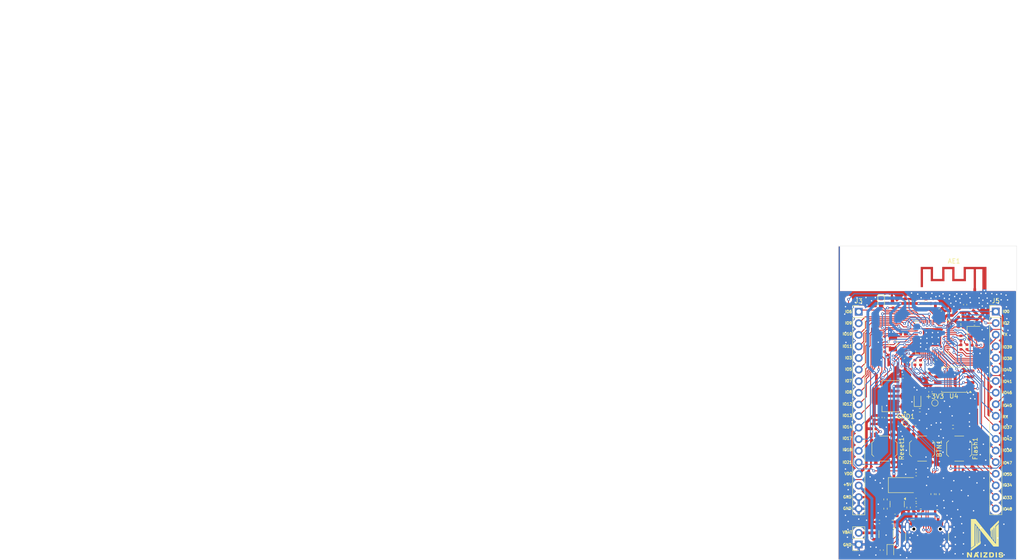
<source format=kicad_pcb>
(kicad_pcb (version 20241229) (generator "pcbnew") (generator_version "9.0")
  (layers (0 "F.Cu" signal) (2 "B.Cu" signal) (13 "F.Paste" user) (15 "B.Paste" user) (5 "F.SilkS" user "F.Silkscreen") (7 "B.SilkS" user "B.Silkscreen") (1 "F.Mask" user) (3 "B.Mask" user) (25 "Edge.Cuts" user))
  (net 0 "")
  (net 1 "VDD_CPU")
  (net 2 "GND")
  (net 3 "Net-(AE1-FEED)")
  (net 4 "IO14")
  (net 5 "+5V")
  (net 6 "VSYS")
  (net 7 "Net-(C4-Pad2)")
  (net 8 "Net-(U2-XTAL_N)")
  (net 9 "VDD_SPI")
  (net 10 "Net-(U2-LNA_IN)")
  (net 11 "Net-(C22-Pad1)")
  (net 12 "VBAT")
  (net 13 "EN")
  (net 14 "XTAL32P")
  (net 15 "XTAL32N")
  (net 16 "Net-(D1-K)")
  (net 17 "Net-(D2-A)")
  (net 18 "Net-(D3-K)")
  (net 19 "IO1")
  (net 20 "IO0")
  (net 21 "USB_D-")
  (net 22 "Net-(J1-CC1)")
  (net 23 "USB_D+")
  (net 24 "Net-(J1-CC2)")
  (net 25 "IO12")
  (net 26 "IO17{slash}SCL")
  (net 27 "IO3")
  (net 28 "IO9")
  (net 29 "IO21")
  (net 30 "IO6")
  (net 31 "IO13")
  (net 32 "IO8")
  (net 33 "IO7")
  (net 34 "IO10")
  (net 35 "IO18{slash}SDA")
  (net 36 "IO11")
  (net 37 "IO5")
  (net 38 "IO35")
  (net 39 "IO38")
  (net 40 "IO34")
  (net 41 "IO39")
  (net 42 "IO40")
  (net 43 "IO47")
  (net 44 "TX")
  (net 45 "IO37")
  (net 46 "IO45")
  (net 47 "RX")
  (net 48 "IO42")
  (net 49 "IO36")
  (net 50 "IO2")
  (net 51 "IO46")
  (net 52 "IO41")
  (net 53 "IO48")
  (net 54 "IO33")
  (net 55 "Net-(U2-XTAL_P)")
  (net 56 "Net-(U3-STAT)")
  (net 57 "Net-(U2-SPIHD)")
  (net 58 "SPIHD")
  (net 59 "Net-(U2-SPIWP)")
  (net 60 "SPIWP")
  (net 61 "Net-(U2-SPICLK)")
  (net 62 "SPISCK")
  (net 63 "SPIQ")
  (net 64 "Net-(U2-SPIQ)")
  (net 65 "SPID")
  (net 66 "Net-(U2-SPID)")
  (net 67 "Net-(U2-U0TXD)")
  (net 68 "Net-(U3-PROG)")
  (net 69 "IO4{slash}BAT")
  (net 70 "SPICS0")
  (net 72 "Net-(C13-Pad2)")
  (footprint "Resistor_SMD:R_0402_1005Metric" (layer "F.Cu") (at 202.995828 81.493087)
    (property "Reference" "R12" (hide yes))
    (property "Value" "0" (hide yes))
  )
  (footprint "Capacitor_SMD:C_0402_1005Metric" (layer "F.Cu") (at 199.553702 65.718784 -90)
    (property "Reference" "C12" (hide yes))
    (property "Value" "0.1uF" (hide yes))
  )
  (footprint "Capacitor_SMD:C_0402_1005Metric" (layer "F.Cu") (at 194.0007 91.231858 -90)
    (property "Reference" "C14" (hide yes))
    (property "Value" "10uF" (hide yes))
  )
  (footprint "Package_TO_SOT_SMD:SOT-223-3_TabPin2" (layer "F.Cu") (at 195 86.5 180)
    (property "Reference" "U1" (hide yes))
    (property "Value" "AMS1117-3.3" (hide yes))
  )
  (footprint "Resistor_SMD:R_0402_1005Metric" (layer "F.Cu") (at 201.376425 89.582399)
    (property "Reference" "R6" (hide yes))
    (property "Value" "470" (hide yes))
  )
  (footprint "TestPoint:TestPoint_Pad_D1.0mm" (layer "F.Cu") (at 204.673814 88)
    (property "Reference" "+3V3")
    (property "Value" "+3V3" (hide yes))
  )
  (footprint "Capacitor_SMD:C_0402_1005Metric" (layer "F.Cu") (at 213.339934 70.604601 180)
    (property "Reference" "C4" (hide yes))
    (property "Value" "12pF" (hide yes))
  )
  (footprint "Capacitor_SMD:C_0402_1005Metric" (layer "F.Cu") (at 191.444553 91.192583 -90)
    (property "Reference" "C11" (hide yes))
    (property "Value" "0.1uF" (hide yes))
  )
  (footprint "Capacitor_SMD:C_0402_1005Metric" (layer "F.Cu") (at 210.371457 75.77211 90)
    (property "Reference" "C19" (hide yes))
    (property "Value" "0.1uF" (hide yes))
  )
  (footprint "Resistor_SMD:R_0402_1005Metric" (layer "F.Cu") (at 194.755977 65.036113)
    (property "Reference" "R8" (hide yes))
    (property "Value" "470R" (hide yes))
  )
  (footprint "Diode_SMD:D_SMA" (layer "F.Cu") (at 198 106)
    (property "Reference" "D4" (hide yes))
    (property "Value" "SS14" (hide yes))
  )
  (footprint "Button_Switch_SMD:SW_Push_1P1T_XKB_TS-1187A" (layer "F.Cu") (at 201.875 98 -90)
    (property "Reference" "BTN1")
    (property "Value" "BTN" (hide yes))
  )
  (footprint "Capacitor_SMD:C_0402_1005Metric" (layer "F.Cu") (at 197.694964 82.182538 180)
    (property "Reference" "C3" (hide yes))
    (property "Value" "10uF" (hide yes))
  )
  (footprint "Package_DFN_QFN:QFN-56-1EP_7x7mm_P0.4mm_EP4x4mm" (layer "F.Cu") (at 204.05 73.6 -90)
    (property "Reference" "U2" (hide yes))
    (property "Value" "ESP32-S3" (hide yes))
  )
  (footprint "Capacitor_SMD:C_0402_1005Metric" (layer "F.Cu") (at 213.32936 75.349698 180)
    (property "Reference" "C5" (hide yes))
    (property "Value" "12pF" (hide yes))
  )
  (footprint "TestPoint:TestPoint_Pad_D1.0mm" (layer "F.Cu") (at 198.251927 92.40602)
    (property "Reference" "GND1")
    (property "Value" "GND" (hide yes))
  )
  (footprint "Connector_PinHeader_2.54mm:PinHeader_1x18_P2.54mm_Vertical" (layer "F.Cu") (at 218 67.96)
    (property "Reference" "J5")
    (property "Value" "Conn_01x18_Pin" (hide yes))
  )
  (footprint "Capacitor_SMD:C_0402_1005Metric" (layer "F.Cu") (at 207.969681 68.307684 90)
    (property "Reference" "C20" (hide yes))
    (property "Value" "15pF" (hide yes))
  )
  (footprint "Resistor_SMD:R_0402_1005Metric" (layer "F.Cu") (at 195.405446 114.066179 180)
    (property "Reference" "R9" (hide yes))
    (property "Value" "1K" (hide yes))
  )
  (footprint "Capacitor_SMD:C_0402_1005Metric" (layer "F.Cu") (at 202.71516 65.725497 -90)
    (property "Reference" "C7" (hide yes))
    (property "Value" "10uF" (hide yes))
  )
  (footprint "Capacitor_SMD:C_0402_1005Metric" (layer "F.Cu") (at 193.04551 120.238786 -90)
    (property "Reference" "C15" (hide yes))
    (property "Value" "10uF" (hide yes))
  )
  (footprint "LOGO" (layer "F.Cu") (at 216.002829 116.38921)
    (property "Reference" "G***" (hide yes))
    (property "Value" "LOGO" (hide yes))
  )
  (footprint "Capacitor_SMD:C_0402_1005Metric" (layer "F.Cu") (at 195.512586 66.667972 90)
    (property "Reference" "C26" (hide yes))
    (property "Value" "10nF" (hide yes))
  )
  (footprint "Connector_PinHeader_2.54mm:PinHeader_1x18_P2.54mm_Vertical" (layer "F.Cu") (at 188 68)
    (property "Reference" "J3")
    (property "Value" "Conn_01x18_Pin" (hide yes))
  )
  (footprint "Resistor_SMD:R_0402_1005Metric" (layer "F.Cu") (at 196.454418 117.438576 -90)
    (property "Reference" "R17" (hide yes))
    (property "Value" "2K" (hide yes))
  )
  (footprint "RF_Antenna:Texas_SWRA117D_2.4GHz_Left" (layer "F.Cu") (at 213.414998 63.335955)
    (property "Reference" "AE1")
    (property "Value" "Antenna" (hide yes))
  )
  (footprint "Package_SO:SOIC-8_5.3x5.3mm_P1.27mm" (layer "F.Cu") (at 208.9125 82.905 180)
    (property "Reference" "U4")
    (property "Value" "W25Q128JVS" (hide yes))
  )
  (footprint "Resistor_SMD:R_0402_1005Metric" (layer "F.Cu") (at 204.748971 78.814675 -45)
    (property "Reference" "R14" (hide yes))
    (property "Value" "0" (hide yes))
  )
  (footprint "Connector_PinSocket_2.54mm:PinSocket_1x02_P2.54mm_Vertical" (layer "F.Cu") (at 188 119 180)
    (property "Reference" "J2" (hide yes))
    (property "Value" "Conn_01x02_Pin" (hide yes))
  )
  (footprint "Capacitor_SMD:C_0402_1005Metric" (layer "F.Cu") (at 210.346363 70.303674 180)
    (property "Reference" "C16" (hide yes))
    (property "Value" "1uF" (hide yes))
  )
  (footprint "Resistor_SMD:R_0402_1005Metric" (layer "F.Cu") (at 205.294078 107.994036 90)
    (property "Reference" "R3" (hide yes))
    (property "Value" "33R" (hide yes))
  )
  (footprint "Resistor_SMD:R_0402_1005Metric" (layer "F.Cu") (at 208.642829 93.262945 180)
    (property "Reference" "R16" (hide yes))
    (property "Value" "10K" (hide yes))
  )
  (footprint "Inductor_SMD:L_0402_1005Metric" (layer "F.Cu") (at 204.302767 66.205497)
    (property "Reference" "L1" (hide yes))
    (property "Value" "2nH" (hide yes))
  )
  (footprint "Capacitor_SMD:C_0402_1005Metric" (layer "F.Cu") (at 200.59477 110.36225)
    (property "Reference" "C1" (hide yes))
    (property "Value" "10uF" (hide yes))
  )
  (footprint "Crystal:Crystal_SMD_3215-2Pin_3.2x1.5mm" (layer "F.Cu") (at 195.487175 74.951957 90)
    (property "Reference" "Y2" (hide yes))
    (property "Value" "37.768kHz" (hide yes))
  )
  (footprint "Button_Switch_SMD:SW_Push_1P1T_XKB_TS-1187A" (layer "F.Cu") (at 210 98 -90)
    (property "Reference" "Flash1")
    (property "Value" "Flash" (hide yes))
  )
  (footprint "Resistor_SMD:R_0402_1005Metric" (layer "F.Cu") (at 204.185636 107.978314 90)
    (property "Reference" "R4" (hide yes))
    (property "Value" "33R" (hide yes))
  )
  (footprint "Capacitor_SMD:C_0402_1005Metric" (layer "F.Cu") (at 205.848199 67.61373 -135)
    (property "Reference" "C13" (hide yes))
    (property "Value" "0.1uF" (hide yes))
  )
  (footprint "Resistor_SMD:R_0402_1005Metric" (layer "F.Cu") (at 193.85779 109.132007 90)
    (property "Reference" "R21" (hide yes))
    (property "Value" "200K" (hide yes))
  )
  (footprint "Button_Switch_SMD:SW_Push_1P1T_XKB_TS-1187A" (layer "F.Cu") (at 193.625 98 -90)
    (property "Reference" "Reset1")
    (property "Value" "Reset" (hide yes))
  )
  (footprint "Resistor_SMD:R_0402_1005Metric" (layer "F.Cu") (at 197.726333 77.9821 -135)
    (property "Reference" "R13" (hide yes))
    (property "Value" "0" (hide yes))
  )
  (footprint "Capacitor_SMD:C_0402_1005Metric" (layer "F.Cu") (at 210.336669 69.213523 180)
    (property "Reference" "C18" (hide yes))
    (property "Value" "10nF" (hide yes))
  )
  (footprint "Resistor_SMD:R_0402_1005Metric" (layer "F.Cu") (at 210.358786 73.803283 90)
    (property "Reference" "R7" (hide yes))
    (property "Value" "DNP" (hide yes))
  )
  (footprint "Resistor_SMD:R_0402_1005Metric" (layer "F.Cu") (at 193.868226 111.167054 90)
    (property "Reference" "R20" (hide yes))
    (property "Value" "200K" (hide yes))
  )
  (footprint "Resistor_SMD:R_0402_1005Metric" (layer "F.Cu") (at 210.359087 71.350312 180)
    (property "Reference" "R5" (hide yes))
    (property "Value" "0" (hide yes))
  )
  (footprint "Capacitor_SMD:C_0402_1005Metric" (layer "F.Cu") (at 214.151715 68.868166 -45)
    (property "Reference" "C22" (hide yes))
    (property "Value" "DNP" (hide yes))
  )
  (footprint "Capacitor_SMD:C_0402_1005Metric" (layer "F.Cu") (at 198.982177 79.138347 90)
    (property "Reference" "C25" (hide yes))
    (property "Value" "0.1uF" (hide yes))
  )
  (footprint "Capacitor_SMD:C_0402_1005Metric" (layer "F.Cu") (at 193.688446 76.277037 90)
    (property "Reference" "C29" (hide yes))
    (property "Value" "12pF" (hide yes))
  )
  (footprint "LOGO" (layer "F.Cu") (at 215.688748 121.140965)
    (property "Reference" "Gdfd" (hide yes))
    (property "Value" "LOGO" (hide yes))
  )
  (footprint "Capacitor_SMD:C_0402_1005Metric" (layer "F.Cu") (at 203.687293 85.55071 -90)
    (property "Reference" "C24" (hide yes))
    (property "Value" "1uF" (hide yes))
  )
  (footprint "LED_SMD:LED_0603_1608Metric" (layer "F.Cu") (at 194.919799 120.501534 -90)
    (property "Reference" "D2" (hide yes))
    (property "Value" "LED" (hide yes))
  )
  (footprint "Crystal:Crystal_SMD_2520-4Pin_2.5x2.0mm" (layer "F.Cu") (at 213.125 72.875 -90)
    (property "Reference" "Y1" (hide yes))
    (property "Value" "40MHz(10ppm)" (hide yes))
  )
  (footprint "Capacitor_SMD:C_0402_1005Metric" (layer "F.Cu") (at 193.333098 73.807455 45)
    (property "Reference" "C27" (hide yes))
    (property "Value" "12pF" (hide yes))
  )
  (footprint "Resistor_SMD:R_0402_1005Metric" (layer "F.Cu") (at 191.217987 93.657557)
    (property "Reference" "R19" (hide yes))
    (property "Value" "10K" (hide yes))
  )
  (footprint "Capacitor_SMD:C_0402_1005Metric" (layer "F.Cu") (at 195.075354 91.225945 -90)
    (property "Reference" "C10" (hide yes))
    (property "Value" "10uF" (hide yes))
  )
  (footprint "Resistor_SMD:R_0402_1005Metric" (layer "F.Cu") (at 198.920621 110.926683 90)
    (property "Reference" "R22" (hide yes))
    (property "Value" "100K" (hide yes))
  )
  (footprint "Capacitor_SMD:C_0402_1005Metric" (layer "F.Cu") (at 211.295652 66.455143 90)
    (property "Reference" "C21" (hide yes))
    (property "Value" "15pF" (hide yes))
  )
  (footprint "Resistor_SMD:R_0402_1005Metric" (layer "F.Cu") (at 200.473176 93.264256 180)
    (property "Reference" "R18" (hide yes))
    (property "Value" "10K" (hide yes))
  )
  (footprint "Inductor_SMD:L_0402_1005Metric" (layer "F.Cu") (at 212.743593 67.416364 135)
    (property "Reference" "L3" (hide yes))
    (property "Value" "DNP" (hide yes))
  )
  (footprint "Connector_USB:USB_C_Receptacle_HCTL_HC-TYPE-C-16P-01A" (layer "F.Cu") (at 202.96432 118.23661)
    (property "Reference" "J1" (hide yes))
    (property "Value" "USB_C_Receptacle_USB2.0_14P" (hide yes))
  )
  (footprint "Capacitor_SMD:C_0402_1005Metric" (layer "F.Cu") (at 197.690094 72.95393 180)
    (property "Reference" "C17" (hide yes))
    (property "Value" "0.1uF" (hide yes))
  )
  (footprint "Resistor_SMD:R_0402_1005Metric" (layer "F.Cu") (at 205.24214 111.784254 180)
    (property "Reference" "R2" (hide yes))
    (property "Value" "5.1K" (hide yes))
  )
  (footprint "LED_SMD:LED_0603_1608Metric" (layer "F.Cu") (at 192.910474 65.84027 -90)
    (property "Reference" "D3" (hide yes))
    (property "Value" "LED" (hide yes))
  )
  (footprint "Package_TO_SOT_SMD:SOT-23-5" (layer "F.Cu") (at 193.985353 116.74987 -90)
    (property "Reference" "U3" (hide yes))
    (property "Value" "MCP73831-2-OT" (hide yes))
  )
  (footprint "Package_TO_SOT_SMD:SOT-23" (layer "F.Cu") (at 196.420706 110.155113 -90)
    (property "Reference" "Q1" (hide yes))
    (property "Value" "AO3401A" (hide yes))
  )
  (footprint "Capacitor_SMD:C_0402_1005Metric" (layer "F.Cu") (at 200.568605 103.625342)
    (property "Reference" "C2" (hide yes))
    (property "Value" "0.1uF" (hide yes))
  )
  (footprint "LED_SMD:LED_0603_1608Metric" (layer "F.Cu") (at 200.878235 87.2875 90)
    (property "Reference" "D1" (hide yes))
    (property "Value" "LED" (hide yes))
  )
  (footprint "Capacitor_SMD:C_0402_1005Metric" (layer "F.Cu") (at 198.234456 65.701203 -90)
    (property "Reference" "C9" (hide yes))
    (property "Value" "1uF" (hide yes))
  )
  (footprint "Capacitor_SMD:C_0402_1005Metric" (layer "F.Cu") (at 195.950298 112.723277 180)
    (property "Reference" "C28" (hide yes))
    (property "Value" "10uF" (hide yes))
  )
  (footprint "Resistor_SMD:R_0402_1005Metric" (layer "F.Cu") (at 201.571481 111.596322 180)
    (property "Reference" "R1" (hide yes))
    (property "Value" "5.1K" (hide yes))
  )
  (footprint "Resistor_SMD:R_0402_1005Metric" (layer "F.Cu") (at 201.536735 79.146844 -90)
    (property "Reference" "R11" (hide yes))
    (property "Value" "0" (hide yes))
  )
  (footprint "Capacitor_SMD:C_0402_1005Metric" (layer "F.Cu") (at 200.550575 109.231784)
    (property "Reference" "C6" (hide yes))
    (property "Value" "10uF" (hide yes))
  )
  (footprint "Capacitor_SMD:C_0402_1005Metric" (layer "F.Cu") (at 192.74355 91.192583 -90)
    (property "Reference" "C8" (hide yes))
    (property "Value" "10uF" (hide yes))
  )
  (footprint "Capacitor_SMD:C_0402_1005Metric" (layer "F.Cu") (at 192.528748 114.066337 180)
    (property "Reference" "C23" (hide yes))
    (property "Value" "10uF" (hide yes))
  )
  (footprint "Resistor_SMD:R_0402_1005Metric" (layer "F.Cu") (at 200.297682 79.128711 -90)
    (property "Reference" "R10" (hide yes))
    (property "Value" "0" (hide yes))
  )
  (footprint "Inductor_SMD:L_0402_1005Metric" (layer "F.Cu") (at 209.653723 67.612746 45)
    (property "Reference" "L2" (hide yes))
    (property "Value" "4.7nF" (hide yes))
  )
  (footprint "Resistor_SMD:R_0402_1005Metric" (layer "F.Cu") (at 211.704529 75.732781 -90)
    (property "Reference" "R15" (hide yes))
    (property "Value" "470" (hide yes))
  )
  (gr_rect (start 183.496691 53.575) (end 222.554235 122.425) (stroke (width 0.05)) (fill no) (layer "Edge.Cuts"))
  (gr_text "IO8" (at 185.75 85.62224 0) (layer "F.SilkS") (effects (font (size 0.6 0.6))))
  (gr_text "IO42" (at 220.535714 95.87776 0) (layer "F.SilkS") (effects (font (size 0.6 0.6))))
  (gr_text "IO17" (at 185.5 95.75 0) (layer "F.SilkS") (effects (font (size 0.6 0.6))))
  (gr_text "IO12\n" (at 185.5 88.25 0) (layer "F.SilkS") (effects (font (size 0.6 0.6))))
  (gr_text "IO10" (at 185.5 72.87224 0) (layer "F.SilkS") (effects (font (size 0.6 0.6))))
  (gr_text "IO3" (at 185.75 78.12224 0) (layer "F.SilkS") (effects (font (size 0.6 0.6))))
  (gr_text "GND" (at 185.5 108.62224 0) (layer "F.SilkS") (effects (font (size 0.6 0.6))))
  (gr_text "IO48" (at 220.535714 111.25 0) (layer "F.SilkS") (effects (font (size 0.6 0.6))))
  (gr_text "IO47" (at 220.535714 101.12776 0) (layer "F.SilkS") (effects (font (size 0.6 0.6))))
  (gr_text "IO39" (at 220.535714 75.75 0) (layer "F.SilkS") (effects (font (size 0.6 0.6))))
  (gr_text "GND" (at 185.5 119.08224 0) (layer "F.SilkS") (effects (font (size 0.6 0.6))))
  (gr_text "IO33" (at 220.535714 108.75 0) (layer "F.SilkS") (effects (font (size 0.6 0.6))))
  (gr_text "TX" (at 220.021429 73 0) (layer "F.SilkS") (effects (font (size 0.6 0.6))))
  (gr_text "IO6" (at 185.75 68 0) (layer "F.SilkS") (effects (font (size 0.6 0.6))))
  (gr_text "IO34" (at 220.535714 106 0) (layer "F.SilkS") (effects (font (size 0.6 0.6))))
  (gr_text "IO46" (at 220.535714 85.75 0) (layer "F.SilkS") (effects (font (size 0.6 0.6))))
  (gr_text "IO14" (at 185.5 93.25 0) (layer "F.SilkS") (effects (font (size 0.6 0.6))))
  (gr_text "IO7" (at 185.75 83.16224 0) (layer "F.SilkS") (effects (font (size 0.6 0.6))))
  (gr_text "IO5\n" (at 185.75 80.62224 0) (layer "F.SilkS") (effects (font (size 0.6 0.6))))
  (gr_text "VBAT" (at 185.5 116.33224 0) (layer "F.SilkS") (effects (font (size 0.6 0.6))))
  (gr_text "IO35\n" (at 220.535714 103.62776 0) (layer "F.SilkS") (effects (font (size 0.6 0.6))))
  (gr_text "IO21" (at 185.5 101 0) (layer "F.SilkS") (effects (font (size 0.6 0.6))))
  (gr_text "IO18\n" (at 185.5 98.25 0) (layer "F.SilkS") (effects (font (size 0.6 0.6))))
  (gr_text "IO41" (at 220.535714 83.29 0) (layer "F.SilkS") (effects (font (size 0.6 0.6))))
  (gr_text "IO38" (at 220.535714 78.25 0) (layer "F.SilkS") (effects (font (size 0.6 0.6))))
  (gr_text "IO37" (at 220.535714 93.33776 0) (layer "F.SilkS") (effects (font (size 0.6 0.6))))
  (gr_text "IO36" (at 220.535714 98.37776 0) (layer "F.SilkS") (effects (font (size 0.6 0.6))))
  (gr_text "IO45\n" (at 220.535714 88.54 0) (layer "F.SilkS") (effects (font (size 0.6 0.6))))
  (gr_text "GND" (at 185.5 111.12224 0) (layer "F.SilkS") (effects (font (size 0.6 0.6))))
  (gr_text "IO9\n" (at 185.75 70.5 0) (layer "F.SilkS") (effects (font (size 0.6 0.6))))
  (gr_text "IO40\n" (at 220.5 80.75 0) (layer "F.SilkS") (effects (font (size 0.6 0.6))))
  (gr_text "IO11" (at 185.5 75.58224 0) (layer "F.SilkS") (effects (font (size 0.6 0.6))))
  (gr_text "IO2\n" (at 220.25 70.5 0) (layer "F.SilkS") (effects (font (size 0.6 0.6))))
  (gr_text "RX" (at 220.092857 91.04 0) (layer "F.SilkS") (effects (font (size 0.6 0.6))))
  (gr_text "+5V" (at 185.5 105.87224 0) (layer "F.SilkS") (effects (font (size 0.6 0.6))))
  (gr_text "IO0" (at 220.25 67.96 0) (layer "F.SilkS") (effects (font (size 0.6 0.6))))
  (gr_text "VDD" (at 185.75 103.5 0) (layer "F.SilkS") (effects (font (size 0.6 0.6))))
  (gr_text "IO13" (at 185.5 90.75 0) (layer "F.SilkS") (effects (font (size 0.6 0.6))))
  (segment (start 203.817767 66.205497) (end 199.293945 66.205497) (width 0.6) (layer "F.Cu") (net 1))
  (segment (start 188 103.56) (end 189.671543 101.888457) (width 0.6) (layer "F.Cu") (net 1))
  (segment (start 191.477915 90.745945) (end 191.444553 90.712583) (width 0.6) (layer "F.Cu") (net 1))
  (segment (start 190.698424 93.647994) (end 190.707987 93.657557) (width 0.6) (layer "F.Cu") (net 1))
  (segment (start 209.393866 70.303674) (end 209.866363 70.303674) (width 0.6) (layer "F.Cu") (net 1))
  (segment (start 198.961921 72.881946) (end 198.242078 72.881946) (width 0.6) (layer "F.Cu") (net 1))
  (segment (start 208.811312 75.378759) (end 208.432553 75) (width 0.2) (layer "F.Cu") (net 1))
  (segment (start 200.983176 93.264256) (end 199.945496 92.226575) (width 0.2) (layer "F.Cu") (net 1))
  (segment (start 210.371457 74.325954) (end 210.358786 74.313283) (width 0.2) (layer "F.Cu") (net 1))
  (segment (start 204.673814 88) (end 202.378235 88) (width 0.2) (layer "F.Cu") (net 1))
  (segment (start 198.242078 72.881946) (end 198.170094 72.95393) (width 0.6) (layer "F.Cu") (net 1))
  (segment (start 207.66 69.720573) (end 207.66 71.24) (width 0.6) (layer "F.Cu") (net 1))
  (segment (start 207.705415 69.675158) (end 207.66 69.720573) (width 0.6) (layer "F.Cu") (net 1))
  (segment (start 210.371457 75.29211) (end 210.062039 75.29211) (width 0.2) (layer "F.Cu") (net 1))
  (segment (start 207.705415 69.675158) (end 207.705415 70.035415) (width 0.6) (layer "F.Cu") (net 1))
  (segment (start 189.671543 93.356344) (end 189.671543 92.295911) (width 0.6) (layer "F.Cu") (net 1))
  (segment (start 200.6 73) (end 199.079975 73) (width 0.2) (layer "F.Cu") (net 1))
  (segment (start 207.705415 70.035415) (end 208.469312 70.799312) (width 0.6) (layer "F.Cu") (net 1))
  (segment (start 189.671543 101.888457) (end 189.671543 93.647994) (width 0.6) (layer "F.Cu") (net 1))
  (segment (start 191.444553 86.905447) (end 191.85 86.5) (width 0.6) (layer "F.Cu") (net 1))
  (segment (start 198.464865 90.745945) (end 195.075354 90.745945) (width 0.2) (layer "F.Cu") (net 1))
  (segment (start 191.346344 81.343151) (end 191.870786 81.867593) (width 0.6) (layer "F.Cu") (net 1))
  (segment (start 207.651 71.249) (end 207.5 71.249) (width 0.6) (layer "F.Cu") (net 1))
  (segment (start 189.671543 92.295911) (end 191.254871 90.712583) (width 0.6) (layer "F.Cu") (net 1))
  (segment (start 200.983176 93.264256) (end 201.198222 93.264256) (width 0.2) (layer "F.Cu") (net 1))
  (segment (start 202.378235 88) (end 200.878235 86.5) (width 0.2) (layer "F.Cu") (net 1))
  (segment (start 191.85 86.5) (end 198.15 86.5) (width 0.6) (layer "F.Cu") (net 1))
  (segment (start 191.444553 90.712583) (end 191.444553 86.905447) (width 0.6) (layer "F.Cu") (net 1))
  (segment (start 200.928216 86.5) (end 201.138582 86.710366) (width 0.6) (layer "F.Cu") (net 1))
  (segment (start 189.671543 93.647994) (end 189.671543 93.356344) (width 0.6) (layer "F.Cu") (net 1))
  (segment (start 210.062039 75.29211) (end 209.97539 75.378759) (width 0.2) (layer "F.Cu") (net 1))
  (segment (start 210.371457 75.29211) (end 210.371457 74.325954) (width 0.2) (layer "F.Cu") (net 1))
  (segment (start 195.075354 90.745945) (end 191.477915 90.745945) (width 0.6) (layer "F.Cu") (net 1))
  (segment (start 208.020257 69.99) (end 209.080192 69.99) (width 0.6) (layer "F.Cu") (net 1))
  (segment (start 201.198222 93.264256) (end 203.418712 91.043766) (width 0.2) (layer "F.Cu") (net 1))
  (segment (start 199.269651 66.181203) (end 198.234456 66.181203) (width 0.6) (layer "F.Cu") (net 1))
  (segment (start 197.096249 66.187972) (end 198.227687 66.187972) (width 0.6) (layer "F.Cu") (net 1))
  (segment (start 199.079975 73) (end 198.961921 72.881946) (width 0.2) (layer "F.Cu") (net 1))
  (segment (start 191.254871 90.712583) (end 191.444553 90.712583) (width 0.6) (layer "F.Cu") (net 1))
  (segment (start 199.293945 66.205497) (end 199.269651 66.181203) (width 0.6) (layer "F.Cu") (net 1))
  (segment (start 198.227687 66.187972) (end 198.234456 66.181203) (width 0.6) (layer "F.Cu") (net 1))
  (segment (start 203.418712 91.043766) (end 206.93365 91.043766) (width 0.2) (layer "F.Cu") (net 1))
  (segment (start 191.870786 86.479214) (end 191.85 86.5) (width 0.6) (layer "F.Cu") (net 1))
  (segment (start 208.432553 75) (end 207.5 75) (width 0.2) (layer "F.Cu") (net 1))
  (segment (start 206.93365 91.043766) (end 209.152829 93.262945) (width 0.2) (layer "F.Cu") (net 1))
  (segment (start 189.671543 93.647994) (end 190.698424 93.647994) (width 0.6) (layer "F.Cu") (net 1))
  (segment (start 209.039017 75.378759) (end 209.97539 75.378759) (width 0.2) (layer "F.Cu") (net 1))
  (segment (start 209.039017 75.378759) (end 208.811312 75.378759) (width 0.2) (layer "F.Cu") (net 1))
  (segment (start 207.66 71.24) (end 207.651 71.249) (width 0.6) (layer "F.Cu") (net 1))
  (segment (start 208.469312 70.799312) (end 208.633323 70.799312) (width 0.6) (layer "F.Cu") (net 1))
  (segment (start 198.15 86.5) (end 200.928216 86.5) (width 0.6) (layer "F.Cu") (net 1))
  (segment (start 191.870786 81.867593) (end 191.870786 86.479214) (width 0.6) (layer "F.Cu") (net 1))
  (segment (start 210.371457 74.80867) (end 210.358786 74.795999) (width 0.2) (layer "F.Cu") (net 1))
  (segment (start 207.705415 69.675158) (end 208.020257 69.99) (width 0.6) (layer "F.Cu") (net 1))
  (segment (start 209.080192 69.99) (end 209.393866 70.303674) (width 0.6) (layer "F.Cu") (net 1))
  (segment (start 199.945496 92.226575) (end 198.464865 90.745945) (width 0.2) (layer "F.Cu") (net 1))
  (segment (start 209.080192 69.99) (end 209.856669 69.213523) (width 0.6) (layer "F.Cu") (net 1))
  (via (at 207.705415 69.675158) (size 0.6) (drill 0.3) (layers "F.Cu" "B.Cu") (net 1))
  (via (at 209.039017 75.378759) (size 0.6) (drill 0.3) (layers "F.Cu" "B.Cu") (net 1))
  (via (at 198.961921 72.881946) (size 0.6) (drill 0.3) (layers "F.Cu" "B.Cu") (net 1))
  (via (at 208.633323 70.859652) (size 0.6) (drill 0.3) (layers "F.Cu" "B.Cu") (net 1))
  (via (at 201.134447 66.205497) (size 0.6) (drill 0.3) (layers "F.Cu" "B.Cu") (net 1))
  (via (at 197.096249 66.187972) (size 0.6) (drill 0.3) (layers "F.Cu" "B.Cu") (net 1))
  (via (at 191.346344 81.343151) (size 0.6) (drill 0.3) (layers "F.Cu" "B.Cu") (net 1))
  (segment (start 207.705415 69.675158) (end 207.705415 67.846814) (width 0.6) (layer "B.Cu") (net 1))
  (segment (start 198.961921 72.881946) (end 198.518901 72.438926) (width 0.6) (layer "B.Cu") (net 1))
  (segment (start 209.039017 75.378759) (end 207.66 73.999742) (width 0.6) (layer "B.Cu") (net 1))
  (segment (start 191.754702 66.187972) (end 197.096249 66.187972) (width 0.6) (layer "B.Cu") (net 1))
  (segment (start 189.989794 67.95288) (end 191.754702 66.187972) (width 0.6) (layer "B.Cu") (net 1))
  (segment (start 206.064098 66.205497) (end 201.134447 66.205497) (width 0.6) (layer "B.Cu") (net 1))
  (segment (start 198.518901 72.438926) (end 197.22468 72.438926) (width 0.6) (layer "B.Cu") (net 1))
  (segment (start 197.22468 72.438926) (end 196.718125 71.932371) (width 0.6) (layer "B.Cu") (net 1))
  (segment (start 189.989794 79.986601) (end 189.989794 67.95288) (width 0.6) (layer "B.Cu") (net 1))
  (segment (start 194.980482 70.477571) (end 194.980482 68.374383) (width 0.6) (layer "B.Cu") (net 1))
  (segment (start 194.980482 68.374383) (end 197.096249 66.258616) (width 0.6) (layer "B.Cu") (net 1))
  (segment (start 191.346344 81.343151) (end 189.989794 79.986601) (width 0.6) (layer "B.Cu") (net 1))
  (segment (start 207.705415 67.846814) (end 206.064098 66.205497) (width 0.6) (layer "B.Cu") (net 1))
  (segment (start 196.718125 71.932371) (end 196.435282 71.932371) (width 0.6) (layer "B.Cu") (net 1))
  (segment (start 196.435282 71.932371) (end 194.980482 70.477571) (width 0.6) (layer "B.Cu") (net 1))
  (segment (start 208.633323 70.859652) (end 207.66 71.832975) (width 0.6) (layer "B.Cu") (net 1))
  (segment (start 197.096249 66.258616) (end 197.096249 66.187972) (width 0.6) (layer "B.Cu") (net 1))
  (segment (start 207.66 71.832975) (end 207.66 73.999742) (width 0.6) (layer "B.Cu") (net 1))
  (segment (start 216.2 81.580117) (end 216.607992 81.988109) (width 0.2) (layer "F.Cu") (net 2))
  (segment (start 206.752698 67.839407) (end 206.18761 67.274319) (width 0.2) (layer "F.Cu") (net 2))
  (segment (start 203.687293 85.07071) (end 202.924009 85.07071) (width 0.2) (layer "F.Cu") (net 2))
  (segment (start 214.979427 72) (end 215.01815 71.961277) (width 0.2) (layer "F.Cu") (net 2))
  (segment (start 198.670357 113.397648) (end 198.64432 113.423685) (width 0.2) (layer "F.Cu") (net 2))
  (segment (start 192.903262 72.855097) (end 194.350663 72.855097) (width 0.2) (layer "F.Cu") (net 2))
  (segment (start 198.982177 80.399753) (end 198.982177 79.618347) (width 0.2) (layer "F.Cu") (net 2))
  (segment (start 198.64432 113.423685) (end 198.64432 115.13161) (width 0.2) (layer "F.Cu") (net 2))
  (segment (start 192.637173 73.434811) (end 192.637173 73.43481) (width 0.2) (layer "F.Cu") (net 2))
  (segment (start 213.81461 103.035801) (end 213.81461 102.93961) (width 0.2) (layer "F.Cu") (net 2))
  (segment (start 197.205968 114.464134) (end 197.205968 115.541741) (width 0.2) (layer "F.Cu") (net 2))
  (segment (start 202.097779 83.204738) (end 202.097778 83.204737) (width 0.2) (layer "F.Cu") (net 2))
  (segment (start 202.097779 83.481196) (end 203.687293 85.07071) (width 0.2) (layer "F.Cu") (net 2))
  (segment (start 192.743593 82.646478) (end 192.743593 81.514632) (width 0.2) (layer "F.Cu") (net 2))
  (segment (start 194.350663 72.855097) (end 194.756452 72.449308) (width 0.2) (layer "F.Cu") (net 2))
  (segment (start 192.294638 74.552972) (end 192.907423 73.940187) (width 0.2) (layer "F.Cu") (net 2))
  (segment (start 207.900289 67.897076) (end 207.969681 67.827684) (width 0.2) (layer "F.Cu") (net 2))
  (segment (start 212.410455 80.910455) (end 212.5 81) (width 0.2) (layer "F.Cu") (net 2))
  (segment (start 210.681456 76.25211) (end 210.371457 76.25211) (width 0.2) (layer "F.Cu") (net 2))
  (segment (start 192.294638 74.685248) (end 192.294638 73.777347) (width 0.2) (layer "F.Cu") (net 2))
  (segment (start 214.540501 77.153212) (end 214.496939 77.196774) (width 0.2) (layer "F.Cu") (net 2))
  (segment (start 202.924009 85.07071) (end 202.601896 84.748597) (width 0.2) (layer "F.Cu") (net 2))
  (segment (start 215.424096 75.598799) (end 215.112197 75.910698) (width 0.2) (layer "F.Cu") (net 2))
  (segment (start 192.743593 81.514632) (end 193.059622 81.198603) (width 0.2) (layer "F.Cu") (net 2))
  (segment (start 192.637173 73.121186) (end 192.903262 72.855097) (width 0.2) (layer "F.Cu") (net 2))
  (segment (start 193.988878 116.958388) (end 193.988878 115.615895) (width 0.2) (layer "F.Cu") (net 2))
  (segment (start 197.017789 72.761625) (end 197.210094 72.95393) (width 0.2) (layer "F.Cu") (net 2))
  (segment (start 195.298653 112.894922) (end 195.470298 112.723277) (width 0.2) (layer "F.Cu") (net 2))
  (segment (start 201.061481 111.596322) (end 201.061481 110.375539) (width 0.6) (layer "F.Cu") (net 2))
  (segment (start 206.752698 67.897076) (end 206.752698 67.839407) (width 0.2) (layer "F.Cu") (net 2))
  (segment (start 202.097778 83.204737) (end 201.787161 83.204737) (width 0.2) (layer "F.Cu") (net 2))
  (segment (start 213.41036 75.910698) (end 212.84936 75.349698) (width 0.2) (layer "F.Cu") (net 2))
  (segment (start 193.026326 78.56992) (end 192.913125 78.56992) (width 0.2) (layer "F.Cu") (net 2))
  (segment (start 215.112197 75.910698) (end 213.41036 75.910698) (width 0.2) (layer "F.Cu") (net 2))
  (segment (start 206.16432 114.49161) (end 206.16432 113.795485) (width 0.2) (layer "F.Cu") (net 2))
  (segment (start 192.637173 73.144034) (end 192.637173 73.144032) (width 0.2) (layer "F.Cu") (net 2))
  (segment (start 206.752698 67.897076) (end 207.900289 67.897076) (width 0.2) (layer "F.Cu") (net 2))
  (segment (start 193.988878 118.178045) (end 194.614103 118.80327) (width 0.2) (layer "F.Cu") (net 2))
  (segment (start 193.988878 116.958388) (end 193.988878 118.178045) (width 0.2) (layer "F.Cu") (net 2))
  (segment (start 193.988878 115.615895) (end 193.985353 115.61237) (width 0.2) (layer "F.Cu") (net 2))
  (segment (start 194.360095 77.97468) (end 194.360095 78.691264) (width 0.2) (layer "F.Cu") (net 2))
  (segment (start 206.16432 113.795485) (end 207.33316 112.626645) (width 0.2) (layer "F.Cu") (net 2))
  (segment (start 192.637173 73.144032) (end 192.637173 73.121186) (width 0.2) (layer "F.Cu") (net 2))
  (segment (start 193.985353 112.894922) (end 195.298653 112.894922) (width 0.2) (layer "F.Cu") (net 2))
  (segment (start 197.205968 115.541741) (end 199.210226 117.545999) (width 0.2) (layer "F.Cu") (net 2))
  (segment (start 210.626027 80.910455) (end 212.410455 80.910455) (width 0.2) (layer "F.Cu") (net 2))
  (segment (start 195.783051 82.969246) (end 193.066361 82.969246) (width 0.2) (layer "F.Cu") (net 2))
  (segment (start 201.787161 83.204737) (end 198.982177 80.399753) (width 0.2) (layer "F.Cu") (net 2))
  (segment (start 213.825 72) (end 213.825 71.438652) (width 0.2) (layer "F.Cu") (net 2))
  (segment (start 215.424096 74.015007) (end 215.424096 75.598799) (width 0.2) (layer "F.Cu") (net 2))
  (segment (start 196.900731 81.2319) (end 197.520397 81.2319) (width 0.2) (layer "F.Cu") (net 2))
  (segment (start 193.059622 78.603216) (end 193.026326 78.56992) (width 0.2) (layer "F.Cu") (net 2))
  (segment (start 216.607992 81.988109) (end 219.798808 81.988109) (width 0.2) (layer "F.Cu") (net 2))
  (segment (start 194.360095 78.691264) (end 196.900731 81.2319) (width 0.2) (layer "F.Cu") (net 2))
  (segment (start 212.84936 74.17436) (end 212.425 73.75) (width 0.2) (layer "F.Cu") (net 2))
  (segment (start 193.85779 107.367293) (end 193.187318 106.696821) (width 0.2) (layer "F.Cu") (net 2))
  (segment (start 193.059622 81.198603) (end 193.059622 78.603216) (width 0.2) (layer "F.Cu") (net 2))
  (segment (start 207.969681 67.709384) (end 208.835013 66.844052) (width 0.2) (layer "F.Cu") (net 2))
  (segment (start 195.738943 72.761625) (end 197.017789 72.761625) (width 0.2) (layer "F.Cu") (net 2))
  (segment (start 213.825 72) (end 214.979427 72) (width 0.2) (layer "F.Cu") (net 2))
  (segment (start 213.825 71.438652) (end 214.658197 70.605455) (width 0.2) (layer "F.Cu") (net 2))
  (segment (start 197.520397 81.2319) (end 195.783051 82.969246) (width 0.2) (layer "F.Cu") (net 2))
  (segment (start 202.097779 83.204738) (end 202.097779 83.481196) (width 0.2) (layer "F.Cu") (net 2))
  (segment (start 192.431562 73.640422) (end 192.637173 73.434811) (width 0.2) (layer "F.Cu") (net 2))
  (segment (start 192.294638 74.685248) (end 192.294638 74.552972) (width 0.2) (layer "F.Cu") (net 2))
  (segment (start 194.360095 77.384398) (end 193.613593 76.637896) (width 0.2) (layer "F.Cu") (net 2))
  (segment (start 193.066361 82.969246) (end 192.743593 82.646478) (width 0.2) (layer "F.Cu") (net 2))
  (segment (start 198.670357 113.397648) (end 199.76432 114.49161) (width 0.2) (layer "F.Cu") (net 2))
  (segment (start 201.061481 110.375539) (end 201.07477 110.36225) (width 0.6) (layer "F.Cu") (net 2))
  (segment (start 207.969681 67.827684) (end 207.969681 67.709384) (width 0.2) (layer "F.Cu") (net 2))
  (segment (start 194.614103 118.80327) (end 195.599724 118.80327) (width 0.2) (layer "F.Cu") (net 2))
  (segment (start 195.599724 118.80327) (end 196.454418 117.948576) (width 0.2) (layer "F.Cu") (net 2))
  (segment (start 194.360095 77.97468) (end 194.360095 77.384398) (width 0.2) (layer "F.Cu") (net 2))
  (segment (start 192.294638 73.777347) (end 192.431562 73.640422) (width 0.2) (layer "F.Cu") (net 2))
  (segment (start 212.84936 75.349698) (end 212.84936 74.17436) (width 0.2) (layer "F.Cu") (net 2))
  (segment (start 213.029658 77.196774) (end 211.62612 77.196774) (width 0.2) (layer "F.Cu") (net 2))
  (segment (start 195.429801 72.452483) (end 195.738943 72.761625) (width 0.2) (layer "F.Cu") (net 2))
  (segment (start 193.85779 108.622007) (end 193.85779 107.367293) (width 0.2) (layer "F.Cu") (net 2))
  (segment (start 213.81461 102.93961) (end 211.875 101) (width 0.2) (layer "F.Cu") (net 2))
  (segment (start 211.62612 77.196774) (end 210.681456 76.25211) (width 0.2) (layer "F.Cu") (net 2))
  (segment (start 192.637173 73.43481) (end 192.637173 73.144034) (width 0.2) (layer "F.Cu") (net 2))
  (segment (start 192.431562 73.640422) (end 192.431562 73.640423) (width 0.2) (layer "F.Cu") (net 2))
  (via (at 200.548051 102.531471) (size 0.6) (drill 0.3) (layers "F.Cu" "B.Cu") (net 2))
  (via (at 204.971271 92.373701) (size 0.6) (drill 0.3) (layers "F.Cu" "B.Cu") (net 2))
  (via (at 213.109701 86.169515) (size 0.6) (drill 0.3) (layers "F.Cu" "B.Cu") (net 2))
  (via (at 211.946554 108.32821) (size 0.6) (drill 0.3) (layers "F.Cu" "B.Cu") (net 2))
  (via (at 184.92899 68.539044) (size 0.6) (drill 0.3) (layers "F.Cu" "B.Cu") (net 2))
  (via (at 201.655955 64.946302) (size 0.6) (drill 0.3) (layers "F.Cu" "B.Cu") (net 2))
  (via (at 206.601256 109.375072) (size 0.6) (drill 0.3) (layers "F.Cu" "B.Cu") (net 2))
  (via (at 206.763235 87.61143) (size 0.6) (drill 0.3) (layers "F.Cu" "B.Cu") (net 2))
  (via (at 202.815753 90.419061) (size 0.6) (drill 0.3) (layers "F.Cu" "B.Cu") (net 2))
  (via (at 197.524448 95.290422) (size 0.6) (drill 0.3) (layers "F.Cu" "B.Cu") (net 2))
  (via (at 215.380404 107.15726) (size 0.6) (drill 0.3) (layers "F.Cu" "B.Cu") (net 2))
  (via (at 220.471735 90.8589) (size 0.6) (drill 0.3) (layers "F.Cu" "B.Cu") (net 2))
  (via (at 219.185653 65.402242) (size 0.6) (drill 0.3) (layers "F.Cu" "B.Cu") (net 2))
  (via (at 215.424096 74.015007) (size 0.6) (drill 0.3) (layers "F.Cu" "B.Cu") (net 2))
  (via (at 198.280348 103.625342) (size 0.6) (drill 0.3) (layers "F.Cu" "B.Cu") (net 2))
  (via (at 193.187318 106.696821) (size 0.6) (drill 0.3) (layers "F.Cu" "B.Cu") (net 2))
  (via (at 212.266313 93.135601) (size 0.6) (drill 0.3) (layers "F.Cu" "B.Cu") (net 2))
  (via (at 215.416399 104.475612) (size 0.6) (drill 0.3) (layers "F.Cu" "B.Cu") (net 2))
  (via (at 208.545001 109.570046) (size 0.6) (drill 0.3) (layers "F.Cu" "B.Cu") (net 2))
  (via (at 213.029658 77.196774) (size 0.6) (drill 0.3) (layers "F.Cu" "B.Cu") (net 2))
  (via (at 204.89553 64.706333) (size 0.6) (drill 0.3) (layers "F.Cu" "B.Cu") (net 2))
  (via (at 220.390746 88.672188) (size 0.6) (drill 0.3) (layers "F.Cu" "B.Cu") (net 2))
  (via (at 205.643183 96.75) (size 0.6) (drill 0.3) (layers "F.Cu" "B.Cu") (net 2))
  (via (at 187.625798 64.992296) (size 0.6) (drill 0.3) (layers "F.Cu" "B.Cu") (net 2))
  (via (at 208.835013 66.844052) (size 0.6) (drill 0.3) (layers "F.Cu" "B.Cu") (net 2))
  (via (at 216.2 80.176053) (size 0.6) (drill 0.3) (layers "F.Cu" "B.Cu") (net 2))
  (via (at 203.29569 89.327205) (size 0.6) (drill 0.3) (layers "F.Cu" "B.Cu") (net 2))
  (via (at 210.126843 65.126278) (size 0.6) (drill 0.3) (layers "F.Cu" "B.Cu") (net 2))
  (via (at 194.122894 88.589302) (size 0.6) (drill 0.3) (layers "F.Cu" "B.Cu") (net 2))
  (via (at 214.606506 99.328288) (size 0.6) (drill 0.3) (layers "F.Cu" "B.Cu") (net 2))
  (via (at 199.892137 89.659161) (size 0.6) (drill 0.3) (layers "F.Cu" "B.Cu") (net 2))
  (via (at 205.149446 110.514922) (size 0.6) (drill 0.3) (layers "F.Cu" "B.Cu") (net 2))
  (via (at 190.80538 65.604215) (size 0.6) (drill 0.3) (layers "F.Cu" "B.Cu") (net 2))
  (via (at 212.458537 65.988165) (size 0.6) (drill 0.3) (layers "F.Cu" "B.Cu") (net 2))
  (via (at 185.105856 66.90637) (size 0.6) (drill 0.3) (layers "F.Cu" "B.Cu") (net 2))
  (via (at 214.330291 64.980297) (size 0.6) (drill 0.3) (layers "F.Cu" "B.Cu") (net 2))
  (via (at 205.979139 93.789516) (size 0.6) (drill 0.3) (layers "F.Cu" "B.Cu") (net 2))
  (via (at 197.212489 94.246559) (size 0.6) (drill 0.3) (layers "F.Cu" "B.Cu") (net 2))
  (via (at 211.614648 64.070417) (size 0.6) (drill 0.3) (layers "F.Cu" "B.Cu") (net 2))
  (via (at 212.208321 98.150943) (size 0.6) (drill 0.3) (layers "F.Cu" "B.Cu") (net 2))
  (via (at 204.275 96.75) (size 0.6) (drill 0.3) (layers "F.Cu" "B.Cu") (net 2))
  (via (at 220.301507 67.837922) (size 0.6) (drill 0.3) (layers "F.Cu" "B.Cu") (net 2))
  (via (at 213.134398 111.621777) (size 0.6) (drill 0.3) (layers "F.Cu" "B.Cu") (net 2))
  (via (at 209.138923 117.372022) (size 0.6) (drill 0.3) (layers "F.Cu" "B.Cu") (net 2))
  (via (at 199.210226 117.545999) (size 0.6) (drill 0.3) (layers "F.Cu" "B.Cu") (net 2))
  (via (at 217.145921 64.034421) (size 0.6) (drill 0.3) (layers "F.Cu" "B.Cu") (net 2))
  (via (at 219.185653 64.106412) (size 0.6) (drill 0.3) (layers "F.Cu" "B.Cu") (net 2))
  (via (at 210.250827 66.044158) (size 0.6) (drill 0.3) (layers "F.Cu" "B.Cu") (net 2))
  (via (at 220.667459 72.085364) (size 0.6) (drill 0.3) (layers "F.Cu" "B.Cu") (net 2))
  (via (at 212.248815 104.259641) (size 0.6) (drill 0.3) (layers "F.Cu" "B.Cu") (net 2))
  (via (at 205.455307 73.665415) (size 0.6) (drill 0.3) (layers "F.Cu" "B.Cu") (net 2))
  (via (at 214.727189 115.347288) (size 0.6) (drill 0.3) (layers "F.Cu" "B.Cu") (net 2))
  (via (at 186.74964 71.777731) (size 0.6) (drill 0.3) (layers "F.Cu" "B.Cu") (net 2))
  (via (at 186.545667 92.127058) (size 0.6) (drill 0.3) (layers "F.Cu" "B.Cu") (net 2))
  (via (at 198.49432 121.91161) (size 0.6) (drill 0.3) (layers "F.Cu" "B.Cu") (net 2))
  (via (at 202.907542 93.585542) (size 0.6) (drill 0.3) (layers "F.Cu" "B.Cu") (net 2))
  (via (at 192.701382 105.526974) (size 0.6) (drill 0.3) (layers "F.Cu" "B.Cu") (net 2))
  (via (at 200.156102 84.583828) (size 0.6) (drill 0.3) (layers "F.Cu" "B.Cu") (net 2))
  (via (at 207.799149 65.198269) (size 0.6) (drill 0.3) (layers "F.Cu" "B.Cu") (net 2))
  (via (at 210.626027 80.910455) (size 0.6) (drill 0.3) (layers "F.Cu" "B.Cu") (net 2))
  (via (at 197.42846 101.39762) (size 0.6) (drill 0.3) (layers "F.Cu" "B.Cu") (net 2))
  (via (at 200.912053 64.154406) (size 0.6) (drill 0.3) (layers "F.Cu" "B.Cu") (net 2))
  (via (at 185.097381 112.618043) (size 0.6) (drill 0.3) (layers "F.Cu" "B.Cu") (net 2))
  (via (at 216.2 81.580117) (size 0.6) (drill 0.3) (layers "F.Cu" "B.Cu") (net 2))
  (via (at 214.10627 120.773575) (size 0.6) (drill 0.3) (layers "F.Cu" "B.Cu") (net 2))
  (via (at 208.880956 115.170311) (size 0.6) (drill 0.3) (layers "F.Cu" "B.Cu") (net 2))
  (via (at 199.378204 120.689586) (size 0.6) (drill 0.3) (layers "F.Cu" "B.Cu") (net 2))
  (via (at 220.390746 111.322213) (size 0.6) (drill 0.3) (layers "F.Cu" "B.Cu") (net 2))
  (via (at 216.2 66.16) (size 0.6) (drill 0.3) (layers "F.Cu" "B.Cu") (net 2))
  (via (at 220.255764 106.111897) (size 0.6) (drill 0.3) (layers "F.Cu" "B.Cu") (net 2))
  (via (at 208.28432 113.33661) (size 0.6) (drill 0.3) (layers "F.Cu" "B.Cu") (net 2))
  (via (at 206.709242 110.994859) (size 0.6) (drill 0.3) (layers "F.Cu" "B.Cu") (net 2))
  (via (at 205.905347 119.381758) (size 0.6) (drill 0.3) (layers "F.Cu" "B.Cu") (net 2))
  (via (at 185.652007 119.635) (size 0.6) (drill 0.3) (layers "F.Cu" "B.Cu") (net 2))
  (via (at 206.519068 95.649271) (size 0.6) (drill 0.3) (layers "F.Cu" "B.Cu") (net 2))
  (via (at 201.758317 82.32899) (size 0.6) (drill 0.3) (layers "F.Cu" "B.Cu") (net 2))
  (via (at 209.029121 81.785422) (size 0.6) (drill 0.3) (layers "F.Cu" "B.Cu") (net 2))
  (via (at 220.421491 69.5297) (size 0.6) (drill 0.3) (layers "F.Cu" "B.Cu") (net 2))
  (via (at 206.014702 76.075115) (size 0.6) (drill 0.3) (layers "F.Cu" "B.Cu") (net 2))
  (via (at 202.851748 106.071006) (size 0.6) (drill 0.3) (layers "F.Cu" "B.Cu") (net 2))
  (via (at 199.556231 63.914437) (size 0.6) (drill 0.3) (layers "F.Cu" "B.Cu") (net 2))
  (via (at 207.33316 112.626645) (size 0.6) (drill 0.3) (layers "F.Cu" "B.Cu") (net 2))
  (via (at 204.05 73.6) (size 0.6) (drill 0.3) (layers "F.Cu" "B.Cu") (net 2))
  (via (at 204.193084 74.970669) (size 0.6) (drill 0.3) (layers "F.Cu" "B.Cu") (net 2))
  (via (at 212.220319 92.151731) (size 0.6) (drill 0.3) (layers "F.Cu" "B.Cu") (net 2))
  (via (at 188 113.445934) (size 0.6) (drill 0.3) (layers "F.Cu" "B.Cu") (net 2))
  (via (at 205.34056 75.042386) (size 0.6) (drill 0.3) (layers "F.Cu" "B.Cu") (net 2))
  (via (at 185.201843 74.729343) (size 0.6) (drill 0.3) (layers "F.Cu" "B.Cu") (net 2))
  (via (at 215.01815 71.961277) (size 0.6) (drill 0.3) (layers "F.Cu" "B.Cu") (net 2))
  (via (at 215.802098 63.962431) (size 0.6) (drill 0.3) (layers "F.Cu" "B.Cu") (net 2))
  (via (at 202.097779 83.204738) (size 0.6) (drill 0.3) (layers "F.Cu" "B.Cu") (net 2))
  (via (at 210.29977 112.917607) (size 0.6) (drill 0.3) (layers "F.Cu" "B.Cu") (net 2))
  (via (at 185.349348 109.972391) (size 0.6) (drill 0.3) (layers "F.Cu" "B.Cu") (net 2))
  (via (at 193.988878 116.958388) (size 0.6) (drill 0.3) (layers "F.Cu" "B.Cu") (net 2))
  (via (at 212.256314 90.303973) (size 0.6) (drill 0.3) (layers "F.Cu" "B.Cu") (net 2))
  (via (at 204.019645 63.974429) (size 0.6) (drill 0.3) (layers "F.Cu" "B.Cu") (net 2))
  (via (at 208.814965 105.034642) (size 0.6) (drill 0.3) (layers "F.Cu" "B.Cu") (net 2))
  (via (at 189.581541 64.908307) (size 0.6) (drill 0.3) (layers "F.Cu" "B.Cu") (net 2))
  (via (at 208.455012 90.827008) (size 0.6) (drill 0.3) (layers "F.Cu" "B.Cu") (net 2))
  (via (at 189.8 66.552091) (size 0.6) (drill 0.3) (layers "F.Cu" "B.Cu") (net 2))
  (via (at 201.582576 71.542585) (size 0.6) (drill 0.3) (layers "F.Cu" "B.Cu") (net 2))
  (via (at 192.247442 112.094112) (size 0.6) (drill 0.3) (layers "F.Cu" "B.Cu") (net 2))
  (via (at 185.439336 105.616962) (size 0.6) (drill 0.3) (layers "F.Cu" "B.Cu") (net 2))
  (via (at 220.579721 101.117553) (size 0.6) (drill 0.3) (layers "F.Cu" "B.Cu") (net 2))
  (via (at 210.812703 121.070536) (size 0.6) (drill 0.3) (layers "F.Cu" "B.Cu") (net 2))
  (via (at 206.755286 65.066286) (size 0.6) (drill 0.3) (layers "F.Cu" "B.Cu") (net 2))
  (via (at 218.177786 65.246262) (size 0.6) (drill 0.3) (layers "F.Cu" "B.Cu") (net 2))
  (via (at 185.529324 117.4125) (size 0.6) (drill 0.3) (layers "F.Cu" "B.Cu") (net 2))
  (via (at 192.287436 110.188362) (size 0.6) (drill 0.3) (layers "F.Cu" "B.Cu") (net 2))
  (via (at 216.905953 65.64221) (size 0.6) (drill 0.3) (layers "F.Cu" "B.Cu") (net 2))
  (via (at 205.875351 90.059109) (size 0.6) (drill 0.3) (layers "F.Cu" "B.Cu") (net 2))
  (via (at 209.678852 111.378809) (size 0.6) (drill 0.3) (layers "F.Cu" "B.Cu") (net 2))
  (via (at 187.253847 65.964168) (size 0.6) (drill 0.3) (layers "F.Cu" "B.Cu") (net 2))
  (via (at 220.253513 64.370377) (size 0.6) (drill 0.3) (layers "F.Cu" "B.Cu") (net 2))
  (via (at 188.59767 66.2) (size 0.6) (drill 0.3) (layers "F.Cu" "B.Cu") (net 2))
  (via (at 215.290416 97.042588) (size 0.6) (drill 0.3) (layers "F.Cu" "B.Cu") (net 2))
  (via (at 221.067406 80.330643) (size 0.6) (drill 0.3) (layers "F.Cu" "B.Cu") (net 2))
  (via (at 215.810097 67.236001) (size 0.6) (drill 0.3) (layers "F.Cu" "B.Cu") (net 2))
  (via (at 206.547263 104.454218) (size 0.6) (drill 0.3) (layers "F.Cu" "B.Cu") (net 2))
  (via (at 202.725 99.85) (size 0.6) (drill 0.3) (layers "F.Cu" "B.Cu") (net 2))
  (via (at 208.283868 107.23402) (size 0.6) (drill 0.3) (layers "F.Cu" "B.Cu") (net 2))
  (via (at 206.455325 64.070417) (size 0.6) (drill 0.3) (layers "F.Cu" "B.Cu") (net 2))
  (via (at 186.67 66.978361) (size 0.6) (drill 0.3) (layers "F.Cu" "B.Cu") (net 2))
  (via (at 220.471735 103.493241) (size 0.6) (drill 0.3) (layers "F.Cu" "B.Cu") (net 2))
  (via (at 186.965612 74.345393) (size 0.6) (drill 0.3) (layers "F.Cu" "B.Cu") (net 2))
  (via (at 214.386284 66.124147) (size 0.6) (drill 0.3) (layers "F.Cu" "B.Cu") (net 2))
  (via (at 202.730052 76.189862) (size 0.6) (drill 0.3) (layers "F.Cu" "B.Cu") (net 2))
  (via (at 212.479784 86.997406) (size 0.6) (drill 0.3) (layers "F.Cu" "B.Cu") (net 2))
  (via (at 219.798808 81.988109) (size 0.6) (drill 0.3) (layers "F.Cu" "B.Cu") (net 2))
  (via (at 212.346552 64.946302) (size 0.6) (drill 0.3) (layers "F.Cu" "B.Cu") (net 2))
  (via (at 202.945204 74.884608) (size 0.6) (drill 0.3) (layers "F.Cu" "B.Cu") (net 2))
  (via (at 199.652168 87.751412) (size 0.6) (drill 0.3) (layers "F.Cu" "B.Cu") (net 2))
  (via (at 205.671378 100.851691) (size 0.6) (drill 0.3) (layers "F.Cu" "B.Cu") (net 2))
  (via (at 214.454224 67.321886) (size 0.6) (drill 0.3) (layers "F.Cu" "B.Cu") (net 2))
  (via (at 197.134499 121.325503) (size 0.6) (drill 0.3) (layers "F.Cu" "B.Cu") (net 2))
  (via (at 208.159101 66.146144) (size 0.6) (drill 0.3) (layers "F.Cu" "B.Cu") (net 2))
  (via (at 203.115713 102.267505) (size 0.6) (drill 0.3) (layers "F.Cu" "B.Cu") (net 2))
  (via (at 211.114964 103.017804) (size 0.6) (drill 0.3) (layers "F.Cu" "B.Cu") (net 2))
  (via (at 202.773082 72.575313) (size 0.6) (drill 0.3) (layers "F.Cu" "B.Cu") (net 2))
  (via (at 220.687707 95.259323) (size 0.6) (drill 0.3) (layers "F.Cu" "B.Cu") (net 2))
  (via (at 220.43349 70.771537) (size 0.6) (drill 0.3) (layers "F.Cu" "B.Cu") (net 2))
  (via (at 199.780115 116.585622) (size 0.6) (drill 0.3) (layers "F.Cu" "B.Cu") (net 2))
  (via (at 185.696302 113.965866) (size 0.6) (drill 0.3) (layers "F.Cu" "B.Cu") (net 2))
  (via (at 197.520397 81.2319) (size 0.6) (drill 0.3) (layers "F.Cu" "B.Cu") (net 2))
  (via (at 214.782232 63.998426) (size 0.6) (drill 0.3) (layers "F.Cu" "B.Cu") (net 2))
  (via (at 209.165919 119.018806) (size 0.6) (drill 0.3) (layers "F.Cu" "B.Cu") (net 2))
  (via (at 190.595358 119.531738) (size 0.6) (drill 0.3) (layers "F.Cu" "B.Cu") (net 2))
  (via (at 205.535197 95.241325) (size 0.6) (drill 0.3) (layers "F.Cu" "B.Cu") (net 2))
  (via (at 204.150053 72.589656) (size 0.6) (drill 0.3) (layers "F.Cu" "B.Cu") (net 2))
  (via (at 219.8 108.865536) (size 0.6) (drill 0.3) (layers "F.Cu" "B.Cu") (net 2))
  (via (at 221.09613 73.158299) (size 0.6) (drill 0.3) (layers "F.Cu" "B.Cu") (net 2))
  (via (at 198.670357 113.397648) (size 0.6) (drill 0.3) (layers "F.Cu" "B.Cu") (net 2))
  (via (at 205.354903 72.546626) (size 0.6) (drill 0.3) (layers "F.Cu" "B.Cu") (net 2))
  (via (at 216.114057 65.030291) (size 0.6) (drill 0.3) (layers "F.Cu" "B.Cu") (net 2))
  (via (at 205.943143 92.325708) (size 0.6) (drill 0.3) (layers "F.Cu" "B.Cu") (net 2))
  (via (at 220.337502 66.950039) (size 0.6) (drill 0.3) (layers "F.Cu" "B.Cu") (net 2))
  (via (at 197.205968 114.464134) (size 0.6) (drill 0.3) (layers "F.Cu" "B.Cu") (net 2))
  (via (at 201.539546 75.716528) (size 0.6) (drill 0.3) (layers "F.Cu" "B.Cu") (net 2))
  (via (at 219.829519 121.286508) (size 0.6) (drill 0.3) (layers "F.Cu" "B.Cu") (net 2))
  (via (at 210.546788 64.202399) (size 0.6) (drill 0.3) (layers "F.Cu" "B.Cu") (net 2))
  (via (at 213.8866 105.519475) (size 0.6) (drill 0.3) (layers "F.Cu" "B.Cu") (net 2))
  (via (at 214.658197 70.605455) (size 0.6) (drill 0.3) (layers "F.Cu" "B.Cu") (net 2))
  (via (at 210.947685 118.883823) (size 0.6) (drill 0.3) (layers "F.Cu" "B.Cu") (net 2))
  (via (at 185.165848 98.330244) (size 0.6) (drill 0.3) (layers "F.Cu" "B.Cu") (net 2))
  (via (at 186.893621 84.49606) (size 0.6) (drill 0.3) (layers "F.Cu" "B.Cu") (net 2))
  (via (at 185.63731 115.713637) (size 0.6) (drill 0.3) (layers "F.Cu" "B.Cu") (net 2))
  (via (at 209.46693 64.082415) (size 0.6) (drill 0.3) (layers "F.Cu" "B.Cu") (net 2))
  (via (at 218.425703 117.587994) (size 0.6) (drill 0.3) (layers "F.Cu" "B.Cu") (net 2))
  (via (at 213.433659 87.105392) (size 0.6) (drill 0.3) (layers "F.Cu" "B.Cu") (net 2))
  (via (at 195.429801 72.452483) (size 0.6) (drill 0.3) (layers "F.Cu" "B.Cu") (net 2))
  (via (at 203.879414 92.84164) (size 0.6) (drill 0.3) (layers "F.Cu" "B.Cu") (net 2))
  (via (at 220.444739 92.748652) (size 0.6) (drill 0.3) (layers "F.Cu" "B.Cu") (net 2))
  (via (at 210.920689 116.454142) (size 0.6) (drill 0.3) (layers "F.Cu" "B.Cu") (net 2))
  (via (at 189.722773 113.697901) (size 0.6) (drill 0.3) (layers "F.Cu" "B.Cu") (net 2))
  (via (at 201.582576 73.880567) (size 0.6) (drill 0.3) (layers "F.Cu" "B.Cu") (net 2))
  (via (at 207.915083 88.775277) (size 0.6) (drill 0.3) (layers "F.Cu" "B.Cu") (net 2))
  (via (at 196.636564 93.106708) (size 0.6) (drill 0.3) (layers "F.Cu" "B.Cu") (net 2))
  (via (at 191.807198 119.621727) (size 0.6) (drill 0.3) (layers "F.Cu" "B.Cu") (net 2))
  (via (at 206.409281 116.658116) (size 0.6) (drill 0.3) (layers "F.Cu" "B.Cu") (net 2))
  (via (at 192.294638 74.685248) (size 0.6) (drill 0.3) (layers "F.Cu" "B.Cu") (net 2))
  (via (at 190.50567 104.195149) (size 0.6) (drill 0.3) (layers "F.Cu" "B.Cu") (net 2))
  (via (at 200.739933 85.155447) (size 0.6) (drill 0.3) (layers "F.Cu" "B.Cu") (net 2))
  (via (at 188.147679 121.3475) (size 0.6) (drill 0.3) (layers "F.Cu" "B.Cu") (net 2))
  (via (at 185.093858 102.481699) (size 0.6) (drill 0.3) (layers "F.Cu" "B.Cu") (net 2))
  (via (at 211.885862 85.805) (size 0.6) (drill 0.3) (layers "F.Cu" "B.Cu") (net 2))
  (via (at 209.111926 121.04354) (size 0.6) (drill 0.3) (layers "F.Cu" "B.Cu") (net 2))
  (via (at 185.691303 107.00278) (size 0.6) (drill 0.3) (layers "F.Cu" "B.Cu") (net 2))
  (via (at 185.619312 108.406596) (size 0.6) (drill 0.3) (layers "F.Cu" "B.Cu") (net 2))
  (via (at 202.601896 84.748597) (size 0.6) (drill 0.3) (layers "F.Cu" "B.Cu") (net 2))
  (via (at 193.985353 112.894922) (size 0.6) (drill 0.3) (layers "F.Cu" "B.Cu") (net 2))
  (via (at 212.534476 68.857684) (size 0.6) (drill 0.3) (layers "F.Cu" "B.Cu") (net 2))
  (via (at 186.713645 87.135714) (size 0.6) (drill 0.3) (layers "F.Cu" "B.Cu") (net 2))
  (via (at 194.044905 93.298683) (size 0.6) (drill 0.3) (layers "F.Cu" "B.Cu") (net 2))
  (via (at 198.42433 98.386015) (size 0.6) (drill 0.3) (layers "F.Cu" "B.Cu") (net 2))
  (via (at 218.201783 64.226396) (size 0.6) (drill 0.3) (layers "F.Cu" "B.Cu") (net 2))
  (via (at 212.361726 96.561726) (size 0.6) (drill 0.3) (layers "F.Cu" "B.Cu") (net 2))
  (via (at 186.869624 69.57002) (size 0.6) (drill 0.3) (layers "F.Cu" "B.Cu") (net 2))
  (via (at 203.802767 65.052288) (size 0.6) (drill 0.3) (layers "F.Cu" "B.Cu") (net 2))
  (via (at 192.913125 78.56992) (size 0.6) (drill 0.3) (layers "F.Cu" "B.Cu") (net 2))
  (via (at 206.447077 98.792859) (size 0.6) (drill 0.3) (layers "F.Cu" "B.Cu") (net 2))
  (via (at 218.561735 66.16) (size 0.6) (drill 0.3) (layers "F.Cu" "B.Cu") (net 2))
  (via (at 207.895136 64.34638) (size 0.6) (drill 0.3) (layers "F.Cu" "B.Cu") (net 2))
  (via (at 211.726582 68.51) (size 0.6) (drill 0.3) (layers "F.Cu" "B.Cu") (net 2))
  (via (at 202.916517 73.837537) (size 0.6) (drill 0.3) (layers "F.Cu" "B.Cu") (net 2))
  (via (at 220.577471 65.426239) (size 0.6) (drill 0.3) (layers "F.Cu" "B.Cu") (net 2))
  (via (at 193.439285 104.5731) (size 0.6) (drill 0.3) (layers "F.Cu" "B.Cu") (net 2))
  (via (at 215.672065 119.180784) (size 0.6) (drill 0.3) (layers "F.Cu" "B.Cu") (net 2))
  (via (at 191.64527 64.896308) (size 0.6) (drill 0.3) (layers "F.Cu" "B.Cu") (net 2))
  (via (at 215.17818 65.486231) (size 0.6) (drill 0.3) (layers "F.Cu" "B.Cu") (net 2))
  (via (at 186.821631 79.420727) (size 0.6) (drill 0.3) (layers "F.Cu" "B.Cu") (net 2))
  (via (at 215.640068 68.695705) (size 0.6) (drill 0.3) (layers "F.Cu" "B.Cu") (net 2))
  (via (at 215.050197 66.764063) (size 0.6) (drill 0.3) (layers "F.Cu" "B.Cu") (net 2))
  (via (at 220.579721 97.958968) (size 0.6) (drill 0.3) (layers "F.Cu" "B.Cu") (net 2))
  (via (at 201.553889 74.927639) (size 0.6) (drill 0.3) (layers "F.Cu" "B.Cu") (net 2))
  (via (at 191.639522 104.933052) (size 0.6) (drill 0.3) (layers "F.Cu" "B.Cu") (net 2))
  (via (at 194.360095 77.97468) (size 0.6) (drill 0.3) (layers "F.Cu" "B.Cu") (net 2))
  (via (at 209.274955 65.702202) (size 0.6) (drill 0.3) (layers "F.Cu" "B.Cu") (net 2))
  (via (at 185.129853 72.509634) (size 0.6) (drill 0.3) (layers "F.Cu" "B.Cu") (net 2))
  (via (at 203.163707 104.21125) (size 0.6) (drill 0.3) (layers "F.Cu" "B.Cu") (net 2))
  (via (at 208.998991 64.682336) (size 0.6) (drill 0.3) (layers "F.Cu" "B.Cu") (net 2))
  (via (at 191.747206 121.325503) (size 0.6) (drill 0.3) (layers "F.Cu" "B.Cu") (net 2))
  (via (at 202.71516 63.938434) (size 0.6) (drill 0.3) (layers "F.Cu" "B.Cu") (net 2))
  (via (at 194.756452 72.449308) (size 0.6) (drill 0.3) (layers "F.Cu" "B.Cu") (net 2))
  (via (at 200.875971 117.017566) (size 0.6) (drill 0.3) (layers "F.Cu" "B.Cu") (net 2))
  (via (at 216.2 71.637319) (size 0.6) (drill 0.3) (layers "F.Cu" "B.Cu") (net 2))
  (via (at 210.491046 107.145262) (size 0.6) (drill 0.3) (layers "F.Cu" "B.Cu") (net 2))
  (via (at 210.542738 114.456405) (size 0.6) (drill 0.3) (layers "F.Cu" "B.Cu") (net 2))
  (via (at 201.291953 91.786882) (size 0.6) (drill 0.3) (layers "F.Cu" "B.Cu") (net 2))
  (via (at 206.709242 117.84596) (size 0.6) (drill 0.3) (layers "F.Cu" "B.Cu") (net 2))
  (via (at 205.675428 64.574351) (size 0.6) (drill 0.3) (layers "F.Cu" "B.Cu") (net 2))
  (via (at 206.745237 120.821569) (size 0.6) (drill 0.3) (layers "F.Cu" "B.Cu") (net 2))
  (via (at 185.920273 111.302216) (size 0.6) (drill 0.3) (layers "F.Cu" "B.Cu") (net 2))
  (via (at 213.81461 103.035801) (size 0.6) (drill 0.3) (layers "F.Cu" "B.Cu") (net 2))
  (via (at 215.79435 100.53413) (size 0.6) (drill 0.3) (layers "F.Cu" "B.Cu") (net 2))
  (via (at 214.540501 77.153212) (size 0.6) (drill 0.3) (layers "F.Cu" "B.Cu") (net 2))
  (via (at 219.775526 114.564391) (size 0.6) (drill 0.3) (layers "F.Cu" "B.Cu") (net 2))
  (segment (start 216.2 81.580117) (end 216.2 80.176053) (width 0.2) (layer "B.Cu") (net 2))
  (segment (start 210.626027 80.910455) (end 210.330683 81.205799) (width 0.2) (layer "B.Cu") (net 2))
  (segment (start 198.307161 76.829422) (end 198.307161 79.695708) (width 0.2) (layer "B.Cu") (net 2))
  (segment (start 215.01815 71.961277) (end 215.876042 71.961277) (width 0.2) (layer "B.Cu") (net 2))
  (segment (start 201.758317 82.32899) (end 201.758317 82.865276) (width 0.2) (layer "B.Cu") (net 2))
  (segment (start 192.767115 78.456719) (end 192.294638 77.984242) (width 0.2) (layer "B.Cu") (net 2))
  (segment (start 198.64432 115.449827) (end 198.64432 115.13161) (width 0.2) (layer "B.Cu") (net 2))
  (segment (start 202.631739 76.506654) (end 198.629929 76.506654) (width 0.2) (layer "B.Cu") (net 2))
  (segment (start 200.940443 82.32899) (end 201.758317 82.32899) (width 0.2) (layer "B.Cu") (net 2))
  (segment (start 214.658197 70.605455) (end 214.658197 71.601324) (width 0.2) (layer "B.Cu") (net 2))
  (segment (start 201.758317 82.865276) (end 202.097779 83.204738) (width 0.2) (layer "B.Cu") (net 2))
  (segment (start 213.07322 77.153212) (end 213.029658 77.196774) (width 0.2) (layer "B.Cu") (net 2))
  (segment (start 195.426626 72.449308) (end 195.429801 72.452483) (width 0.2) (layer "B.Cu") (net 2))
  (segment (start 209.029121 81.785422) (end 209.75106 81.785422) (width 0.2) (layer "B.Cu") (net 2))
  (segment (start 221.067406 80.719511) (end 221.067406 80.330643) (width 0.2) (layer "B.Cu") (net 2))
  (segment (start 215.876042 71.961277) (end 216.2 71.637319) (width 0.2) (layer "B.Cu") (net 2))
  (segment (start 198.629929 76.506654) (end 198.307161 76.829422) (width 0.2) (layer "B.Cu") (net 2))
  (segment (start 202.195046 85.155447) (end 202.601896 84.748597) (width 0.6) (layer "B.Cu") (net 2))
  (segment (start 200.739933 85.155447) (end 202.195046 85.155447) (width 0.6) (layer "B.Cu") (net 2))
  (segment (start 214.658197 71.601324) (end 215.01815 71.961277) (width 0.2) (layer "B.Cu") (net 2))
  (segment (start 192.913125 78.56992) (end 192.799924 78.456719) (width 0.2) (layer "B.Cu") (net 2))
  (segment (start 215.424096 74.015007) (end 215.424096 72.367223) (width 0.2) (layer "B.Cu") (net 2))
  (segment (start 210.330683 81.205799) (end 206.218392 81.205799) (width 0.2) (layer "B.Cu") (net 2))
  (segment (start 198.307161 79.695708) (end 200.940443 82.32899) (width 0.2) (layer "B.Cu") (net 2))
  (segment (start 192.799924 78.456719) (end 192.767115 78.456719) (width 0.2) (layer "B.Cu") (net 2))
  (segment (start 200.156102 84.583828) (end 197.520397 81.948123) (width 0.2) (layer "B.Cu") (net 2))
  (segment (start 199.780115 116.585622) (end 198.64432 115.449827) (width 0.2) (layer "B.Cu") (net 2))
  (segment (start 194.756452 72.449308) (end 195.426626 72.449308) (width 0.2) (layer "B.Cu") (net 2))
  (segment (start 206.218392 81.205799) (end 204.157973 79.14538) (width 0.2) (layer "B.Cu") (net 2))
  (segment (start 214.540501 77.153212) (end 213.07322 77.153212) (width 0.2) (layer "B.Cu") (net 2))
  (segment (start 219.798808 81.988109) (end 221.067406 80.719511) (width 0.2) (layer "B.Cu") (net 2))
  (segment (start 204.157973 79.14538) (end 204.157973 78.032888) (width 0.2) (layer "B.Cu") (net 2))
  (segment (start 209.75106 81.785422) (end 210.626027 80.910455) (width 0.2) (layer "B.Cu") (net 2))
  (segment (start 215.424096 72.367223) (end 215.01815 71.961277) (width 0.2) (layer "B.Cu") (net 2))
  (segment (start 197.520397 81.948123) (end 197.520397 81.2319) (width 0.2) (layer "B.Cu") (net 2))
  (segment (start 204.157973 78.032888) (end 202.631739 76.506654) (width 0.2) (layer "B.Cu") (net 2))
  (segment (start 192.294638 77.984242) (end 192.294638 74.685248) (width 0.2) (layer "B.Cu") (net 2))
  (segment (start 213.4 66.398755) (end 213.4 63) (width 0.6) (layer "F.Cu") (net 3))
  (segment (start 212.739746 67.059009) (end 213.4 66.398755) (width 0.6) (layer "F.Cu") (net 3))
  (segment (start 210.322969 67.059009) (end 210.168112 67.213866) (width 0.6) (layer "F.Cu") (net 3))
  (segment (start 210.322969 67.059009) (end 212.739746 67.059009) (width 0.6) (layer "F.Cu") (net 3))
  (segment (start 200 101) (end 198.127388 102.872612) (width 0.2) (layer "F.Cu") (net 4))
  (segment (start 198.127388 102.872612) (end 191.278706 102.872612) (width 0.2) (layer "F.Cu") (net 4))
  (segment (start 193.463201 74.628072) (end 192.363125 75.728148) (width 0.2) (layer "F.Cu") (net 4))
  (segment (start 194.441743 74.628072) (end 193.463201 74.628072) (width 0.2) (layer "F.Cu") (net 4))
  (segment (start 199.963176 94.963176) (end 200 95) (width 0.2) (layer "F.Cu") (net 4))
  (segment (start 192.363125 75.728148) (end 192.363125 80.68134) (width 0.2) (layer "F.Cu") (net 4))
  (segment (start 200 95) (end 200 101) (width 0.2) (layer "F.Cu") (net 4))
  (segment (start 201.513095 72.6) (end 201.51535 72.597745) (width 0.2) (layer "F.Cu") (net 4))
  (segment (start 199.963176 93.264256) (end 199.963176 94.963176) (width 0.2) (layer "F.Cu") (net 4))
  (segment (start 200.6 72.6) (end 201.513095 72.6) (width 0.2) (layer "F.Cu") (net 4))
  (via (at 201.51535 72.597745) (size 0.6) (drill 0.3) (layers "F.Cu" "B.Cu") (net 4))
  (via (at 191.278706 102.872612) (size 0.6) (drill 0.3) (layers "F.Cu" "B.Cu") (net 4))
  (via (at 194.441743 74.628072) (size 0.6) (drill 0.3) (layers "F.Cu" "B.Cu") (net 4))
  (via (at 192.363125 80.68134) (size 0.6) (drill 0.3) (layers "F.Cu" "B.Cu") (net 4))
  (segment (start 186.8966 94.5034) (end 188 93.4) (width 0.2) (layer "B.Cu") (net 4))
  (segment (start 190.862694 102.4566) (end 187.876156 102.4566) (width 0.2) (layer "B.Cu") (net 4))
  (segment (start 187.876156 102.4566) (end 186.8966 101.477044) (width 0.2) (layer "B.Cu") (net 4))
  (segment (start 186.8966 101.477044) (end 186.8966 94.5034) (width 0.2) (layer "B.Cu") (net 4))
  (segment (start 192.321757 81.14697) (end 192.321757 80.722708) (width 0.2) (layer "B.Cu") (net 4))
  (segment (start 191.278706 102.872612) (end 190.862694 102.4566) (width 0.2) (layer "B.Cu") (net 4))
  (segment (start 200.113996 72.597745) (end 201.51535 72.597745) (width 0.2) (layer "B.Cu") (net 4))
  (segment (start 192.321757 81.14697) (end 189.438794 84.029933) (width 0.2) (layer "B.Cu") (net 4))
  (segment (start 189.438794 91.961206) (end 188 93.4) (width 0.2) (layer "B.Cu") (net 4))
  (segment (start 198.676878 74.034863) (end 200.113996 72.597745) (width 0.2) (layer "B.Cu") (net 4))
  (segment (start 192.321757 80.722708) (end 192.363125 80.68134) (width 0.2) (layer "B.Cu") (net 4))
  (segment (start 194.441743 74.628072) (end 195.034952 74.034863) (width 0.2) (layer "B.Cu") (net 4))
  (segment (start 195.034952 74.034863) (end 198.676878 74.034863) (width 0.2) (layer "B.Cu") (net 4))
  (segment (start 189.438794 84.029933) (end 189.438794 91.961206) (width 0.2) (layer "B.Cu") (net 4))
  (segment (start 193.031552 117.891171) (end 193.035353 117.88737) (width 0.6) (layer "F.Cu") (net 5))
  (segment (start 200 107.957887) (end 198.924547 109.03334) (width 0.6) (layer "F.Cu") (net 5))
  (segment (start 205.36432 114.49161) (end 205.36432 113.024629) (width 0.6) (layer "F.Cu") (net 5))
  (segment (start 200.088605 105.911395) (end 200 106) (width 0.6) (layer "F.Cu") (net 5))
  (segment (start 200.56432 112.297212) (end 200 111.732892) (width 0.6) (layer "F.Cu") (net 5))
  (segment (start 198.975054 110.36225) (end 198.920621 110.416683) (width 0.6) (layer "F.Cu") (net 5))
  (segment (start 191.184274 117.88737) (end 190.881844 117.58494) (width 0.6) (layer "F.Cu") (net 5))
  (segment (start 195.931365 119.714034) (end 196.437736 119.207663) (width 0.6) (layer "F.Cu") (net 5))
  (segment (start 194.919799 119.714034) (end 195.931365 119.714034) (width 0.6) (layer "F.Cu") (net 5))
  (segment (start 200 106) (end 200 107.957887) (width 0.6) (layer "F.Cu") (net 5))
  (segment (start 193.035353 117.88737) (end 191.184274 117.88737) (width 0.6) (layer "F.Cu") (net 5))
  (segment (start 198.740274 109.217613) (end 198.924547 109.03334) (width 0.6) (layer "F.Cu") (net 5))
  (segment (start 200 111.732892) (end 200 107.957887) (width 0.6) (layer "F.Cu") (net 5))
  (segment (start 197.370706 109.217613) (end 198.740274 109.217613) (width 0.6) (layer "F.Cu") (net 5))
  (segment (start 193.04551 119.758786) (end 193.04551 118.126305) (width 0.6) (layer "F.Cu") (net 5))
  (segment (start 193.04551 119.758786) (end 194.743375 119.758786) (width 0.6) (layer "F.Cu") (net 5))
  (segment (start 200.56432 112.297212) (end 200.56432 114.49161) (width 0.6) (layer "F.Cu") (net 5))
  (segment (start 200.088605 103.625342) (end 200.088605 105.911395) (width 0.6) (layer "F.Cu") (net 5))
  (segment (start 200.11477 110.36225) (end 198.975054 110.36225) (width 0.6) (layer "F.Cu") (net 5))
  (segment (start 205.36432 113.024629) (end 205.380972 113.007977) (width 0.6) (layer "F.Cu") (net 5))
  (via (at 190.881844 117.58494) (size 0.6) (drill 0.3) (layers "F.Cu" "B.Cu") (net 5))
  (via (at 200.56432 112.297212) (size 0.6) (drill 0.3) (layers "F.Cu" "B.Cu") (net 5))
  (via (at 205.380972 113.007977) (size 0.6) (drill 0.3) (layers "F.Cu" "B.Cu") (net 5))
  (via (at 196.437736 119.207663) (size 0.6) (drill 0.3) (layers "F.Cu" "B.Cu") (net 5))
  (segment (start 188 106.1) (end 190.881844 108.981844) (width 0.6) (layer "B.Cu") (net 5))
  (segment (start 196.437736 119.207663) (end 196.437736 113.811344) (width 0.6) (layer "B.Cu") (net 5))
  (segment (start 196.437736 113.811344) (end 197.941707 112.307373) (width 0.6) (layer "B.Cu") (net 5))
  (segment (start 204.680368 112.307373) (end 205.380972 113.007977) (width 0.6) (layer "B.Cu") (net 5))
  (segment (start 197.941707 112.307373) (end 204.680368 112.307373) (width 0.6) (layer "B.Cu") (net 5))
  (segment (start 190.881844 108.981844) (end 190.881844 117.58494) (width 0.6) (layer "B.Cu") (net 5))
  (segment (start 197.995471 84.354529) (end 198.15 84.2) (width 0.6) (layer "F.Cu") (net 6))
  (segment (start 198.174964 82.182538) (end 198.174964 84.175036) (width 0.6) (layer "F.Cu") (net 6))
  (segment (start 198.174964 84.175036) (end 198.15 84.2) (width 0.6) (layer "F.Cu") (net 6))
  (segment (start 195.470706 106.529294) (end 196 106) (width 0.6) (layer "F.Cu") (net 6))
  (segment (start 195.696587 103.504908) (end 195.696587 105.696587) (width 0.6) (layer "F.Cu") (net 6))
  (segment (start 195.696587 84.354529) (end 197.995471 84.354529) (width 0.6) (layer "F.Cu") (net 6))
  (segment (start 195.696587 105.696587) (end 196 106) (width 0.6) (layer "F.Cu") (net 6))
  (segment (start 195.470706 109.217613) (end 195.470706 106.529294) (width 0.6) (layer "F.Cu") (net 6))
  (via (at 195.696587 84.354529) (size 0.6) (drill 0.3) (layers "F.Cu" "B.Cu") (net 6))
  (via (at 195.696587 103.504908) (size 0.6) (drill 0.3) (layers "F.Cu" "B.Cu") (net 6))
  (segment (start 195.696587 103.504908) (end 195.696587 84.354529) (width 0.6) (layer "B.Cu") (net 6))
  (segment (start 211.518775 72) (end 210.869087 71.350312) (width 0.2) (layer "F.Cu") (net 7))
  (segment (start 212.425 72) (end 211.518775 72) (width 0.2) (layer "F.Cu") (net 7))
  (segment (start 212.425 71.039535) (end 212.859934 70.604601) (width 0.2) (layer "F.Cu") (net 7))
  (segment (start 212.425 72) (end 212.425 71.039535) (width 0.2) (layer "F.Cu") (net 7))
  (segment (start 209.054802 72.05) (end 208.904802 72.2) (width 0.2) (layer "F.Cu") (net 8))
  (segment (start 213.80936 75.349698) (end 213.80936 73.76564) (width 0.2) (layer "F.Cu") (net 8))
  (segment (start 213.811936 75.347122) (end 213.80936 75.349698) (width 0.2) (layer "F.Cu") (net 8))
  (segment (start 208.904802 72.2) (end 207.5 72.2) (width 0.2) (layer "F.Cu") (net 8))
  (segment (start 214.730444 75.347122) (end 213.811936 75.347122) (width 0.2) (layer "F.Cu") (net 8))
  (segment (start 213.80936 73.76564) (end 213.825 73.75) (width 0.2) (layer "F.Cu") (net 8))
  (via (at 209.054802 72.05) (size 0.6) (drill 0.3) (layers "F.Cu" "B.Cu") (net 8))
  (via (at 214.730444 75.347122) (size 0.6) (drill 0.3) (layers "F.Cu" "B.Cu") (net 8))
  (segment (start 209.054802 72.015391) (end 209.064147 72.006046) (width 0.2) (layer "B.Cu") (net 8))
  (segment (start 210.671482 72.031316) (end 213.987288 75.347122) (width 0.2) (layer "B.Cu") (net 8))
  (segment (start 209.054802 72.05) (end 209.073486 72.031316) (width 0.2) (layer "B.Cu") (net 8))
  (segment (start 209.073486 72.031316) (end 210.671482 72.031316) (width 0.2) (layer "B.Cu") (net 8))
  (segment (start 209.054802 72.05) (end 209.054802 72.015391) (width 0.2) (layer "B.Cu") (net 8))
  (segment (start 213.987288 75.347122) (end 214.730444 75.347122) (width 0.2) (layer "B.Cu") (net 8))
  (segment (start 199.159243 81.808671) (end 199.159243 82.053725) (width 0.6) (layer "F.Cu") (net 9))
  (segment (start 198.905964 81.800446) (end 199.159243 82.053725) (width 0.6) (layer "F.Cu") (net 9))
  (segment (start 198.982177 78.658347) (end 198.721785 78.658347) (width 0.6) (layer "F.Cu") (net 9))
  (segment (start 198.171177 79.208955) (end 198.171177 80.820605) (width 0.6) (layer "F.Cu") (net 9))
  (segment (start 202.800971 86.03071) (end 203.687293 86.03071) (width 0.6) (layer "F.Cu") (net 9))
  (segment (start 200.206747 77.05) (end 201.249 77.05) (width 0.6) (layer "F.Cu") (net 9))
  (segment (start 198.982177 78.27457) (end 200.206747 77.05) (width 0.6) (layer "F.Cu") (net 9))
  (segment (start 204.10429 86.03071) (end 205.325 84.81) (width 0.6) (layer "F.Cu") (net 9))
  (segment (start 199.159243 82.053725) (end 199.159243 82.388982) (width 0.6) (layer "F.Cu") (net 9))
  (segment (start 203.687293 86.03071) (end 204.10429 86.03071) (width 0.6) (layer "F.Cu") (net 9))
  (segment (start 199.159243 82.388982) (end 202.800971 86.03071) (width 0.6) (layer "F.Cu") (net 9))
  (segment (start 198.982177 78.658347) (end 198.982177 78.27457) (width 0.6) (layer "F.Cu") (net 9))
  (segment (start 198.721785 78.658347) (end 198.171177 79.208955) (width 0.6) (layer "F.Cu") (net 9))
  (segment (start 198.171177 80.820605) (end 199.159243 81.808671) (width 0.6) (layer "F.Cu") (net 9))
  (segment (start 208.468658 68.833454) (end 207.301958 68.833454) (width 0.6) (layer "F.Cu") (net 10))
  (segment (start 207.301958 68.833454) (end 206.824876 69.310536) (width 0.6) (layer "F.Cu") (net 10))
  (segment (start 208.468658 68.797811) (end 209.310776 67.955693) (width 0.6) (layer "F.Cu") (net 10))
  (segment (start 206.824876 69.310536) (end 206.824876 69.526521) (width 0.6) (layer "F.Cu") (net 10))
  (segment (start 206.65 69.592932) (end 206.716411 69.526521) (width 0.2) (layer "F.Cu") (net 10))
  (segment (start 206.65 70.15) (end 206.65 69.592932) (width 0.2) (layer "F.Cu") (net 10))
  (segment (start 208.468658 68.833454) (end 208.468658 68.797811) (width 0.6) (layer "F.Cu") (net 10))
  (segment (start 206.824876 69.526521) (end 206.85 69.551645) (width 0.6) (layer "F.Cu") (net 10))
  (segment (start 213.812304 68.485075) (end 213.08654 67.759311) (width 0.6) (layer "F.Cu") (net 11))
  (segment (start 213.812304 68.528755) (end 213.812304 68.485075) (width 0.6) (layer "F.Cu") (net 11))
  (segment (start 193.035353 114.092942) (end 193.008748 114.066337) (width 0.6) (layer "F.Cu") (net 12))
  (segment (start 195.836265 111.677054) (end 196.420706 111.092613) (width 0.6) (layer "F.Cu") (net 12))
  (segment (start 193.005008 112.540272) (end 193.005008 114.062597) (width 0.6) (layer "F.Cu") (net 12))
  (segment (start 193.005008 114.062597) (end 193.008748 114.066337) (width 0.6) (layer "F.Cu") (net 12))
  (segment (start 193.868226 111.677054) (end 193.005008 112.540272) (width 0.6) (layer "F.Cu") (net 12))
  (segment (start 193.035353 115.61237) (end 193.035353 114.092942) (width 0.6) (layer "F.Cu") (net 12))
  (segment (start 193.868226 111.677054) (end 195.836265 111.677054) (width 0.6) (layer "F.Cu") (net 12))
  (segment (start 196.420706 111.092613) (end 196.420706 112.713685) (width 0.6) (layer "F.Cu") (net 12))
  (segment (start 196.420706 112.713685) (end 196.430298 112.723277) (width 0.6) (layer "F.Cu") (net 12))
  (segment (start 188 116.46) (end 192.187723 116.46) (width 0.6) (layer "F.Cu") (net 12))
  (segment (start 192.187723 116.46) (end 193.035353 115.61237) (width 0.6) (layer "F.Cu") (net 12))
  (segment (start 195.512586 67.147972) (end 194.338013 67.147972) (width 0.2) (layer "F.Cu") (net 13))
  (segment (start 205.45 69.173054) (end 203.424918 67.147972) (width 0.2) (layer "F.Cu") (net 13))
  (segment (start 194.338013 67.147972) (end 194.318105 67.16788) (width 0.2) (layer "F.Cu") (net 13))
  (segment (start 191.727987 94.977987) (end 191.75 95) (width 0.2) (layer "F.Cu") (net 13))
  (segment (start 205.45 70.15) (end 205.45 69.173054) (width 0.2) (layer "F.Cu") (net 13))
  (segment (start 203.424918 67.147972) (end 195.512586 67.147972) (width 0.2) (layer "F.Cu") (net 13))
  (segment (start 192.373442 94.303012) (end 191.727987 93.657557) (width 0.2) (layer "F.Cu") (net 13))
  (segment (start 192.773712 94.303012) (end 192.373442 94.303012) (width 0.2) (layer "F.Cu") (net 13))
  (segment (start 192.446988 94.303012) (end 191.75 95) (width 0.2) (layer "F.Cu") (net 13))
  (segment (start 192.773712 94.303012) (end 192.446988 94.303012) (width 0.2) (layer "F.Cu") (net 13))
  (segment (start 191.75 95) (end 191.75 101) (width 0.2) (layer "F.Cu") (net 13))
  (via (at 194.318105 67.16788) (size 0.6) (drill 0.3) (layers "F.Cu" "B.Cu") (net 13))
  (via (at 192.773712 94.303012) (size 0.6) (drill 0.3) (layers "F.Cu" "B.Cu") (net 13))
  (segment (start 192.773712 94.303012) (end 191.532542 93.061842) (width 0.2) (layer "B.Cu") (net 13))
  (segment (start 193.804576 74.273165) (end 193.794506 74.263095) (width 0.2) (layer "B.Cu") (net 13))
  (segment (start 193.794506 74.263095) (end 193.794506 73.806631) (width 0.2) (layer "B.Cu") (net 13))
  (segment (start 193.804576 80.102377) (end 193.804576 74.273165) (width 0.2) (layer "B.Cu") (net 13))
  (segment (start 194.314705 82.230591) (end 194.314705 80.612506) (width 0.2) (layer "B.Cu") (net 13))
  (segment (start 193.804576 67.444144) (end 194.08084 67.16788) (width 0.2) (layer "B.Cu") (net 13))
  (segment (start 194.314705 80.612506) (end 193.804576 80.102377) (width 0.2) (layer "B.Cu") (net 13))
  (segment (start 193.804576 73.796561) (end 193.804576 67.444144) (width 0.2) (layer "B.Cu") (net 13))
  (segment (start 194.08084 67.16788) (end 194.318105 67.16788) (width 0.2) (layer "B.Cu") (net 13))
  (segment (start 191.532542 85.012754) (end 194.314705 82.230591) (width 0.2) (layer "B.Cu") (net 13))
  (segment (start 191.532542 93.061842) (end 191.532542 85.012754) (width 0.2) (layer "B.Cu") (net 13))
  (segment (start 193.794506 73.806631) (end 193.804576 73.796561) (width 0.2) (layer "B.Cu") (net 13))
  (segment (start 193.586245 73.261365) (end 195.305753 73.261365) (width 0.2) (layer "F.Cu") (net 14))
  (segment (start 198.557916 73.432946) (end 198.475932 73.51493) (width 0.2) (layer "F.Cu") (net 14))
  (segment (start 200.6 73.4) (end 200.567054 73.432946) (width 0.2) (layer "F.Cu") (net 14))
  (segment (start 198.475932 73.51493) (end 195.853816 73.51493) (width 0.2) (layer "F.Cu") (net 14))
  (segment (start 200.567054 73.432946) (end 198.557916 73.432946) (width 0.2) (layer "F.Cu") (net 14))
  (segment (start 194.963114 75.677896) (end 195.487175 76.201957) (width 0.2) (layer "F.Cu") (net 15))
  (segment (start 197.067361 74.621771) (end 195.487175 76.201957) (width 0.2) (layer "F.Cu") (net 15))
  (segment (start 193.613593 75.677896) (end 194.963114 75.677896) (width 0.2) (layer "F.Cu") (net 15))
  (segment (start 200.6 73.8) (end 198.879968 73.8) (width 0.2) (layer "F.Cu") (net 15))
  (segment (start 198.058197 74.621771) (end 197.067361 74.621771) (width 0.2) (layer "F.Cu") (net 15))
  (segment (start 198.879968 73.8) (end 198.058197 74.621771) (width 0.2) (layer "F.Cu") (net 15))
  (segment (start 200.866425 88.08681) (end 200.878235 88.075) (width 0.2) (layer "F.Cu") (net 16))
  (segment (start 200.866425 89.582399) (end 200.866425 88.08681) (width 0.2) (layer "F.Cu") (net 16))
  (segment (start 194.919799 121.289034) (end 196.007505 121.289034) (width 0.2) (layer "F.Cu") (net 17))
  (segment (start 197.323018 119.973521) (end 197.323018 116.583003) (width 0.2) (layer "F.Cu") (net 17))
  (segment (start 197.323018 116.583003) (end 195.915446 115.175431) (width 0.2) (layer "F.Cu") (net 17))
  (segment (start 196.007505 121.289034) (end 197.323018 119.973521) (width 0.2) (layer "F.Cu") (net 17))
  (segment (start 195.915446 115.175431) (end 195.915446 114.066179) (width 0.2) (layer "F.Cu") (net 17))
  (segment (start 194.22932 65.05277) (end 194.245977 65.036113) (width 0.2) (layer "F.Cu") (net 18))
  (segment (start 192.910474 65.05277) (end 194.22932 65.05277) (width 0.2) (layer "F.Cu") (net 18))
  (segment (start 194.001584 67.71888) (end 203.499438 67.71888) (width 0.2) (layer "F.Cu") (net 19))
  (segment (start 203.499438 67.71888) (end 204.65 68.869442) (width 0.2) (layer "F.Cu") (net 19))
  (segment (start 194.001584 67.71888) (end 192.910474 66.62777) (width 0.2) (layer "F.Cu") (net 19))
  (segment (start 204.65 70.15) (end 204.65 68.869442) (width 0.2) (layer "F.Cu") (net 19))
  (segment (start 208.125 101) (end 208.125 93.270774) (width 0.2) (layer "F.Cu") (net 20))
  (segment (start 205.05 70.577064) (end 205.503257 71.030321) (width 0.2) (layer "F.Cu") (net 20))
  (segment (start 205.05 70.15) (end 205.05 70.577064) (width 0.2) (layer "F.Cu") (net 20))
  (segment (start 208.125 93.270774) (end 208.132829 93.262945) (width 0.2) (layer "F.Cu") (net 20))
  (segment (start 208.125 102.341671) (end 208.143206 102.359877) (width 0.2) (layer "F.Cu") (net 20))
  (segment (start 205.503257 71.030321) (end 206.597643 71.030321) (width 0.2) (layer "F.Cu") (net 20))
  (segment (start 208.125 101) (end 208.125 102.341671) (width 0.2) (layer "F.Cu") (net 20))
  (via (at 206.597643 71.030321) (size 0.6) (drill 0.3) (layers "F.Cu" "B.Cu") (net 20))
  (via (at 208.143206 102.359877) (size 0.6) (drill 0.3) (layers "F.Cu" "B.Cu") (net 20))
  (segment (start 218.236974 102.300076) (end 208.203007 102.300076) (width 0.2) (layer "B.Cu") (net 20))
  (segment (start 207.187034 71.030321) (end 210.257354 67.96) (width 0.2) (layer "B.Cu") (net 20))
  (segment (start 219.101 69.061) (end 219.101 101.43605) (width 0.2) (layer "B.Cu") (net 20))
  (segment (start 218 67.96) (end 219.101 69.061) (width 0.2) (layer "B.Cu") (net 20))
  (segment (start 206.597643 71.030321) (end 207.187034 71.030321) (width 0.2) (layer "B.Cu") (net 20))
  (segment (start 208.203007 102.300076) (end 208.143206 102.359877) (width 0.2) (layer "B.Cu") (net 20))
  (segment (start 219.101 101.43605) (end 218.236974 102.300076) (width 0.2) (layer "B.Cu") (net 20))
  (segment (start 210.257354 67.96) (end 218 67.96) (width 0.2) (layer "B.Cu") (net 20))
  (segment (start 203.18932 110.608794) (end 205.294078 108.504036) (width 0.2) (layer "F.Cu") (net 21))
  (segment (start 204.961323 102.817538) (end 205.165007 102.613854) (width 0.2) (layer "F.Cu") (net 21))
  (segment (start 195.538815 77.711383) (end 195.820245 77.711383) (width 0.2) (layer "F.Cu") (net 21))
  (segment (start 203.21432 113.516609) (end 203.18932 113.491609) (width 0.2) (layer "F.Cu") (net 21))
  (segment (start 197.580907 75.950721) (end 197.786518 75.745109) (width 0.2) (layer "F.Cu") (net 21))
  (segment (start 203.294656 115.800965) (end 203.294656 114.571946) (width 0.2) (layer "F.Cu") (net 21))
  (segment (start 204.635637 103.193608) (end 204.961323 102.867922) (width 0.2) (layer "F.Cu") (net 21))
  (segment (start 203.21432 114.49161) (end 203.21432 113.516609) (width 0.2) (layer "F.Cu") (net 21))
  (segment (start 205.294078 107.484036) (end 204.635637 106.825595) (width 0.2) (layer "F.Cu") (net 21))
  (segment (start 202.192129 115.797476) (end 202.192129 114.513801) (width 0.2) (layer "F.Cu") (net 21))
  (segment (start 204.635637 106.825595) (end 204.635637 103.193608) (width 0.2) (layer "F.Cu") (net 21))
  (segment (start 202.192129 114.513801) (end 202.21432 114.49161) (width 0.2) (layer "F.Cu") (net 21))
  (segment (start 199.64457 75.254611) (end 199.850181 75.049) (width 0.2) (layer "F.Cu") (net 21))
  (segment (start 203.294656 114.571946) (end 203.21432 114.49161) (width 0.2) (layer "F.Cu") (net 21))
  (segment (start 198.018777 75.74158) (end 199.157602 75.74158) (width 0.2) (layer "F.Cu") (net 21))
  (segment (start 199.850182 75.049) (end 199.899182 75) (width 0.2) (layer "F.Cu") (net 21))
  (segment (start 199.850181 75.049) (end 199.850182 75.049) (width 0.2) (layer "F.Cu") (net 21))
  (segment (start 197.786518 75.745109) (end 198.015248 75.745109) (width 0.2) (layer "F.Cu") (net 21))
  (segment (start 198.015248 75.745109) (end 198.018777 75.74158) (width 0.2) (layer "F.Cu") (net 21))
  (segment (start 197.580907 75.95072) (end 197.580907 75.950721) (width 0.2) (layer "F.Cu") (net 21))
  (segment (start 199.899182 75) (end 200.6 75) (width 0.2) (layer "F.Cu") (net 21))
  (segment (start 195.820245 77.711383) (end 197.580907 75.95072) (width 0.2) (layer "F.Cu") (net 21))
  (segment (start 202.224815 114.502105) (end 202.21432 114.49161) (width 0.2) (layer "F.Cu") (net 21))
  (segment (start 199.157602 75.74158) (end 199.64457 75.254611) (width 0.2) (layer "F.Cu") (net 21))
  (segment (start 203.18932 113.491609) (end 203.18932 110.608794) (width 0.2) (layer "F.Cu") (net 21))
  (segment (start 204.961323 102.867922) (end 204.961323 102.817538) (width 0.2) (layer "F.Cu") (net 21))
  (segment (start 199.64457 75.254611) (end 199.64457 75.254612) (width 0.2) (layer "F.Cu") (net 21))
  (via (at 203.294656 115.800965) (size 0.6) (drill 0.3) (layers "F.Cu" "B.Cu") (net 21))
  (via (at 195.538815 77.711383) (size 0.6) (drill 0.3) (layers "F.Cu" "B.Cu") (net 21))
  (via (at 202.192129 115.797476) (size 0.6) (drill 0.3) (layers "F.Cu" "B.Cu") (net 21))
  (via (at 205.165007 102.613854) (size 0.6) (drill 0.3) (layers "F.Cu" "B.Cu") (net 21))
  (segment (start 196.768985 90.460463) (end 205.025584 98.717062) (width 0.2) (layer "B.Cu") (net 21))
  (segment (start 205.025584 98.717062) (end 205.025584 102.474431) (width 0.2) (layer "B.Cu") (net 21))
  (segment (start 196.768985 78.38501) (end 196.768985 90.460463) (width 0.2) (layer "B.Cu") (net 21))
  (segment (start 203.291167 115.797476) (end 203.294656 115.800965) (width 0.2) (layer "B.Cu") (net 21))
  (segment (start 202.192129 115.797476) (end 203.291167 115.797476) (width 0.2) (layer "B.Cu") (net 21))
  (segment (start 195.538815 77.711383) (end 196.095358 77.711383) (width 0.2) (layer "B.Cu") (net 21))
  (segment (start 196.095358 77.711383) (end 196.768985 78.38501) (width 0.2) (layer "B.Cu") (net 21))
  (segment (start 205.025584 102.474431) (end 205.165007 102.613854) (width 0.2) (layer "B.Cu") (net 21))
  (segment (start 201.71432 111.963483) (end 202.081481 111.596322) (width 0.2) (layer "F.Cu") (net 22))
  (segment (start 201.71432 114.49161) (end 201.71432 111.963483) (width 0.2) (layer "F.Cu") (net 22))
  (segment (start 199.299461 76.096109) (end 199.99557 75.4) (width 0.2) (layer "F.Cu") (net 23))
  (segment (start 203.71432 115.441397) (end 203.71432 114.49161) (width 0.2) (layer "F.Cu") (net 23))
  (segment (start 202.71432 114.49161) (end 202.71432 113.516609) (width 0.2) (layer "F.Cu") (net 23))
  (segment (start 202.71432 114.49161) (end 202.743129 114.520419) (width 0.2) (layer "F.Cu") (net 23))
  (segment (start 195.543857 78.484159) (end 197.931907 76.096109) (width 0.2) (layer "F.Cu") (net 23))
  (segment (start 203.066424 116.351965) (end 203.522888 116.351965) (width 0.2) (layer "F.Cu") (net 23))
  (segment (start 202.73932 110.422397) (end 204.185636 108.976081) (width 0.2) (layer "F.Cu") (net 23))
  (segment (start 199.99557 75.4) (end 200.6 75.4) (width 0.2) (layer "F.Cu") (net 23))
  (segment (start 204.185636 107.468314) (end 204.185636 102.956828) (width 0.2) (layer "F.Cu") (net 23))
  (segment (start 204.185636 102.956828) (end 204.410323 102.732141) (width 0.2) (layer "F.Cu") (net 23))
  (segment (start 203.845656 116.029197) (end 203.845656 115.572733) (width 0.2) (layer "F.Cu") (net 23))
  (segment (start 202.71432 113.516609) (end 202.73932 113.491609) (width 0.2) (layer "F.Cu") (net 23))
  (segment (start 203.522888 116.351965) (end 203.845656 116.029197) (width 0.2) (layer "F.Cu") (net 23))
  (segment (start 202.73932 113.491609) (end 202.73932 110.422397) (width 0.2) (layer "F.Cu") (net 23))
  (segment (start 204.185636 108.976081) (end 204.185636 108.488314) (width 0.2) (layer "F.Cu") (net 23))
  (segment (start 197.931907 76.096109) (end 199.299461 76.096109) (width 0.2) (layer "F.Cu") (net 23))
  (segment (start 202.743129 114.520419) (end 202.743129 116.02867) (width 0.2) (layer "F.Cu") (net 23))
  (segment (start 203.845656 115.572733) (end 203.71432 115.441397) (width 0.2) (layer "F.Cu") (net 23))
  (segment (start 202.743129 116.02867) (end 203.066424 116.351965) (width 0.2) (layer "F.Cu") (net 23))
  (segment (start 204.410323 102.732141) (end 204.410323 102.63969) (width 0.2) (layer "F.Cu") (net 23))
  (via (at 204.410323 102.63969) (size 0.6) (drill 0.3) (layers "F.Cu" "B.Cu") (net 23))
  (via (at 195.543857 78.484159) (size 0.6) (drill 0.3) (layers "F.Cu" "B.Cu") (net 23))
  (segment (start 196.417985 90.605851) (end 196.579431 90.767298) (width 0.2) (layer "B.Cu") (net 23))
  (segment (start 204.575582 98.903456) (end 204.575582 102.474431) (width 0.2) (layer "B.Cu") (net 23))
  (segment (start 196.417985 78.925564) (end 196.417985 90.605852) (width 0.2) (layer "B.Cu") (net 23))
  (segment (start 196.579431 90.907305) (end 204.575582 98.903456) (width 0.2) (layer "B.Cu") (net 23))
  (segment (start 195.543857 78.484159) (end 195.576838 78.451178) (width 0.2) (layer "B.Cu") (net 23))
  (segment (start 195.943599 78.451178) (end 196.417985 78.925564) (width 0.2) (layer "B.Cu") (net 23))
  (segment (start 195.576838 78.451178) (end 195.943599 78.451178) (width 0.2) (layer "B.Cu") (net 23))
  (segment (start 196.417985 90.605852) (end 196.417985 90.605851) (width 0.2) (layer "B.Cu") (net 23))
  (segment (start 204.575582 102.474431) (end 204.410323 102.63969) (width 0.2) (layer "B.Cu") (net 23))
  (segment (start 196.579431 90.767298) (end 196.579431 90.907305) (width 0.2) (layer "B.Cu") (net 23))
  (segment (start 204.71432 111.802074) (end 204.73214 111.784254) (width 0.2) (layer "F.Cu") (net 24))
  (segment (start 204.71432 114.49161) (end 204.71432 111.802074) (width 0.2) (layer "F.Cu") (net 24))
  (segment (start 190.232346 82.092828) (end 189.671688 82.653486) (width 0.2) (layer "F.Cu") (net 25))
  (segment (start 191.001601 80.413687) (end 190.232346 81.182942) (width 0.2) (layer "F.Cu") (net 25))
  (segment (start 196.186786 71.503809) (end 193.959394 71.503809) (width 0.2) (layer "F.Cu") (net 25))
  (segment (start 196.570903 71.887926) (end 196.186786 71.503809) (width 0.2) (layer "F.Cu") (net 25))
  (segment (start 199.111605 71.8) (end 199.023679 71.887926) (width 0.2) (layer "F.Cu") (net 25))
  (segment (start 199.023679 71.887926) (end 196.570903 71.887926) (width 0.2) (layer "F.Cu") (net 25))
  (segment (start 193.402753 72.083371) (end 193.400996 72.083371) (width 0.2) (layer "F.Cu") (net 25))
  (segment (start 191.935173 73.144033) (end 191.353277 73.725929) (width 0.2) (layer "F.Cu") (net 25))
  (segment (start 189.671688 86.648312) (end 188 88.32) (width 0.2) (layer "F.Cu") (net 25))
  (segment (start 191.935173 72.591276) (end 191.935173 73.144033) (width 0.2) (layer "F.Cu") (net 25))
  (segment (start 191.001601 76.61487) (end 191.001601 80.413687) (width 0.2) (layer "F.Cu") (net 25))
  (segment (start 193.970854 71.51527) (end 193.402753 72.083371) (width 0.2) (layer "F.Cu") (net 25))
  (segment (start 191.353277 76.263194) (end 191.001601 76.61487) (width 0.2) (layer "F.Cu") (net 25))
  (segment (start 192.441321 72.085128) (end 191.935173 72.591276) (width 0.2) (layer "F.Cu") (net 25))
  (segment (start 193.400996 72.083371) (end 193.400996 72.085128) (width 0.2) (layer "F.Cu") (net 25))
  (segment (start 193.400996 72.085128) (end 192.441321 72.085128) (width 0.2) (layer "F.Cu") (net 25))
  (segment (start 200.6 71.8) (end 199.111605 71.8) (width 0.2) (layer "F.Cu") (net 25))
  (segment (start 193.959394 71.503809) (end 193.970854 71.51527) (width 0.2) (layer "F.Cu") (net 25))
  (segment (start 191.353277 73.725929) (end 191.353277 76.263194) (width 0.2) (layer "F.Cu") (net 25))
  (segment (start 189.671688 82.653486) (end 189.671688 86.648312) (width 0.2) (layer "F.Cu") (net 25))
  (segment (start 190.232346 81.182942) (end 190.232346 82.092828) (width 0.2) (layer "F.Cu") (net 25))
  (segment (start 199.29323 74.2) (end 200.6 74.2) (width 0.2) (layer "F.Cu") (net 26))
  (segment (start 193.686948 78.340732) (end 193.686948 81.037099) (width 0.2) (layer "F.Cu") (net 26))
  (segment (start 199.035834 74.458533) (end 199.035834 74.457396) (width 0.2) (layer "F.Cu") (net 26))
  (segment (start 193.686948 81.037099) (end 193.682149 81.041898) (width 0.2) (layer "F.Cu") (net 26))
  (segment (start 193.361204 75.240059) (end 192.840915 75.760348) (width 0.2) (layer "F.Cu") (net 26))
  (segment (start 192.840915 75.760348) (end 192.840915 77.494699) (width 0.2) (layer "F.Cu") (net 26))
  (segment (start 199.035834 74.457396) (end 199.29323 74.2) (width 0.2) (layer "F.Cu") (net 26))
  (segment (start 195.942825 74.958702) (end 195.661468 75.240059) (width 0.2) (layer "F.Cu") (net 26))
  (segment (start 195.661468 75.240059) (end 193.361204 75.240059) (width 0.2) (layer "F.Cu") (net 26))
  (segment (start 195.942825 74.651959) (end 195.942825 74.958702) (width 0.2) (layer "F.Cu") (net 26))
  (segment (start 192.840915 77.494699) (end 193.686948 78.340732) (width 0.2) (layer "F.Cu") (net 26))
  (via (at 199.035834 74.458533) (size 0.6) (drill 0.3) (layers "F.Cu" "B.Cu") (net 26))
  (via (at 193.682149 81.041898) (size 0.6) (drill 0.3) (layers "F.Cu" "B.Cu") (net 26))
  (via (at 195.942825 74.651959) (size 0.6) (drill 0.3) (layers "F.Cu" "B.Cu") (net 26))
  (segment (start 193.682149 81.041898) (end 192.911313 81.812734) (width 0.2) (layer "B.Cu") (net 26))
  (segment (start 190.541234 84.392373) (end 190.541234 95.314186) (width 0.2) (layer "B.Cu") (net 26))
  (segment (start 192.911313 81.812734) (end 192.911313 82.022294) (width 0.2) (layer "B.Cu") (net 26))
  (segment (start 190.541234 95.314186) (end 189.91542 95.94) (width 0.2) (layer "B.Cu") (net 26))
  (segment (start 192.911313 82.022294) (end 190.541234 84.392373) (width 0.2) (layer "B.Cu") (net 26))
  (segment (start 195.942825 74.651959) (end 195.955048 74.639736) (width 0.2) (layer "B.Cu") (net 26))
  (segment (start 195.955048 74.639736) (end 198.854631 74.639736) (width 0.2) (layer "B.Cu") (net 26))
  (segment (start 189.91542 95.94) (end 188 95.94) (width 0.2) (layer "B.Cu") (net 26))
  (segment (start 198.854631 74.639736) (end 199.035834 74.458533) (width 0.2) (layer "B.Cu") (net 26))
  (segment (start 189.149117 77.010883) (end 189.149117 74.987572) (width 0.2) (layer "F.Cu") (net 27))
  (segment (start 203.85 70.82443) (end 203.85 70.15) (width 0.2) (layer "F.Cu") (net 27))
  (segment (start 203.729141 70.945289) (end 203.85 70.82443) (width 0.2) (layer "F.Cu") (net 27))
  (segment (start 197.495455 70.280371) (end 197.521503 70.254323) (width 0.2) (layer "F.Cu") (net 27))
  (segment (start 190.95117 70.26407) (end 190.967471 70.280371) (width 0.2) (layer "F.Cu") (net 27))
  (segment (start 189.149117 74.987572) (end 189.527034 74.609655) (width 0.2) (layer "F.Cu") (net 27))
  (segment (start 190.242455 70.972785) (end 190.95117 70.26407) (width 0.2) (layer "F.Cu") (net 27))
  (segment (start 190.242455 72.034511) (end 190.242455 70.972785) (width 0.2) (layer "F.Cu") (net 27))
  (segment (start 189.527034 74.609655) (end 189.527034 72.749931) (width 0.2) (layer "F.Cu") (net 27))
  (segment (start 190.967471 70.280371) (end 197.495455 70.280371) (width 0.2) (layer "F.Cu") (net 27))
  (segment (start 189.527034 72.749931) (end 190.242455 72.034511) (width 0.2) (layer "F.Cu") (net 27))
  (segment (start 188 78.16) (end 189.149117 77.010883) (width 0.2) (layer "F.Cu") (net 27))
  (segment (start 197.862268 70.595088) (end 198.022063 70.595088) (width 0.2) (layer "F.Cu") (net 27))
  (segment (start 197.521503 70.254323) (end 197.862268 70.595088) (width 0.2) (layer "F.Cu") (net 27))
  (via (at 198.022063 70.595088) (size 0.6) (drill 0.3) (layers "F.Cu" "B.Cu") (net 27))
  (via (at 203.729141 70.945289) (size 0.6) (drill 0.3) (layers "F.Cu" "B.Cu") (net 27))
  (segment (start 199.317154 69.299997) (end 198.022063 70.595088) (width 0.2) (layer "B.Cu") (net 27))
  (segment (start 203.729141 70.945289) (end 203.773609 70.900821) (width 0.2) (layer "B.Cu") (net 27))
  (segment (start 203.773609 70.067829) (end 203.005777 69.299997) (width 0.2) (layer "B.Cu") (net 27))
  (segment (start 203.773609 70.900821) (end 203.773609 70.067829) (width 0.2) (layer "B.Cu") (net 27))
  (segment (start 203.005777 69.299997) (end 199.317154 69.299997) (width 0.2) (layer "B.Cu") (net 27))
  (segment (start 189.400653 69.139347) (end 200.388206 69.139347) (width 0.2) (layer "F.Cu") (net 28))
  (segment (start 201.398859 70.15) (end 200.388206 69.139347) (width 0.2) (layer "F.Cu") (net 28))
  (segment (start 201.45 70.15) (end 201.398859 70.15) (width 0.2) (layer "F.Cu") (net 28))
  (segment (start 188 70.54) (end 189.400653 69.139347) (width 0.2) (layer "F.Cu") (net 28))
  (segment (start 200.136626 75.8) (end 200.6 75.8) (width 0.2) (layer "F.Cu") (net 29))
  (segment (start 199.47811 76.458516) (end 200.136626 75.8) (width 0.2) (layer "F.Cu") (net 29))
  (segment (start 198.347319 76.458516) (end 199.47811 76.458516) (width 0.2) (layer "F.Cu") (net 29))
  (segment (start 195.681696 79.124139) (end 198.347319 76.458516) (width 0.2) (layer "F.Cu") (net 29))
  (segment (start 195.681696 79.233633) (end 195.681696 79.124139) (width 0.2) (layer "F.Cu") (net 29))
  (via (at 195.681696 79.233633) (size 0.6) (drill 0.3) (layers "F.Cu" "B.Cu") (net 29))
  (segment (start 195.008385 84.019161) (end 195.008385 99.088147) (width 0.2) (layer "B.Cu") (net 29))
  (segment (start 195.008385 99.088147) (end 192.639436 101.457096) (width 0.2) (layer "B.Cu") (net 29))
  (segment (start 195.681696 79.233633) (end 195.681696 83.34585) (width 0.2) (layer "B.Cu") (net 29))
  (segment (start 192.639436 101.457096) (end 188.437096 101.457096) (width 0.2) (layer "B.Cu") (net 29))
  (segment (start 195.681696 83.34585) (end 195.008385 84.019161) (width 0.2) (layer "B.Cu") (net 29))
  (segment (start 188.437096 101.457096) (end 188 101.02) (width 0.2) (layer "B.Cu") (net 29))
  (segment (start 201.109007 68.612557) (end 201.880807 68.612557) (width 0.2) (layer "F.Cu") (net 30))
  (segment (start 193.856195 68.06988) (end 200.566331 68.06988) (width 0.2) (layer "F.Cu") (net 30))
  (segment (start 200.566331 68.06988) (end 201.109007 68.612557) (width 0.2) (layer "F.Cu") (net 30))
  (segment (start 202.65 69.38175) (end 202.65 70.15) (width 0.2) (layer "F.Cu") (net 30))
  (segment (start 193.425051 67.638735) (end 193.856195 68.06988) (width 0.2) (layer "F.Cu") (net 30))
  (segment (start 188 68) (end 188.361265 67.638735) (width 0.2) (layer "F.Cu") (net 30))
  (segment (start 188.361265 67.638735) (end 193.425051 67.638735) (width 0.2) (layer "F.Cu") (net 30))
  (segment (start 201.880807 68.612557) (end 202.65 69.38175) (width 0.2) (layer "F.Cu") (net 30))
  (segment (start 193.548142 72.434371) (end 193.751996 72.230517) (width 0.2) (layer "F.Cu") (net 31))
  (segment (start 193.503291 72.479221) (end 193.546385 72.436128) (width 0.2) (layer "F.Cu") (net 31))
  (segment (start 200.561074 72.238926) (end 200.6 72.2) (width 0.2) (layer "F.Cu") (net 31))
  (segment (start 196.716291 72.238926) (end 198.878291 72.238926) (width 0.2) (layer "F.Cu") (net 31))
  (segment (start 193.751996 72.230517) (end 193.753753 72.22876) (width 0.2) (layer "F.Cu") (net 31))
  (segment (start 190.599 88.261) (end 190.599 81.312676) (width 0.2) (layer "F.Cu") (net 31))
  (segment (start 191.704277 76.408583) (end 191.704277 76.408582) (width 0.2) (layer "F.Cu") (net 31))
  (segment (start 188 90.86) (end 190.599 88.261) (width 0.2) (layer "F.Cu") (net 31))
  (segment (start 191.146989 80.764687) (end 191.14699 80.764687) (width 0.2) (layer "F.Cu") (net 31))
  (segment (start 191.498666 76.614194) (end 191.498665 76.614194) (width 0.2) (layer "F.Cu") (net 31))
  (segment (start 191.14699 80.764687) (end 191.352601 80.559076) (width 0.2) (layer "F.Cu") (net 31))
  (segment (start 199.169067 72.238926) (end 200.561074 72.238926) (width 0.2) (layer "F.Cu") (net 31))
  (segment (start 196.219903 72.033314) (end 196.219903 72.033315) (width 0.2) (layer "F.Cu") (net 31))
  (segment (start 192.080561 73.495033) (end 192.080562 73.495033) (width 0.2) (layer "F.Cu") (net 31))
  (segment (start 192.286173 73.289421) (end 192.286173 72.998645) (width 0.2) (layer "F.Cu") (net 31))
  (segment (start 190.599 81.312676) (end 191.146989 80.764687) (width 0.2) (layer "F.Cu") (net 31))
  (segment (start 191.393392 80.518284) (end 191.393392 76.719467) (width 0.2) (layer "F.Cu") (net 31))
  (segment (start 192.080562 73.495033) (end 192.286173 73.289422) (width 0.2) (layer "F.Cu") (net 31))
  (segment (start 196.041398 71.854809) (end 196.219903 72.033314) (width 0.2) (layer "F.Cu") (net 31))
  (segment (start 196.425515 72.238926) (end 196.716291 72.238926) (width 0.2) (layer "F.Cu") (net 31))
  (segment (start 193.753753 72.22876) (end 194.127704 71.854809) (width 0.2) (layer "F.Cu") (net 31))
  (segment (start 192.286173 73.289422) (end 192.286173 73.289421) (width 0.2) (layer "F.Cu") (net 31))
  (segment (start 191.704277 76.117806) (end 191.704277 73.871317) (width 0.2) (layer "F.Cu") (net 31))
  (segment (start 196.425514 72.238926) (end 196.425515 72.238926) (width 0.2) (layer "F.Cu") (net 31))
  (segment (start 192.286173 72.736664) (end 192.543616 72.479221) (width 0.2) (layer "F.Cu") (net 31))
  (segment (start 191.704277 76.408582) (end 191.704277 76.117806) (width 0.2) (layer "F.Cu") (net 31))
  (segment (start 191.352601 80.559076) (end 191.393392 80.518284) (width 0.2) (layer "F.Cu") (net 31))
  (segment (start 192.286173 72.998645) (end 192.286173 72.736664) (width 0.2) (layer "F.Cu") (net 31))
  (segment (start 196.219903 72.033315) (end 196.425514 72.238926) (width 0.2) (layer "F.Cu") (net 31))
  (segment (start 191.704277 73.871317) (end 192.080561 73.495033) (width 0.2) (layer "F.Cu") (net 31))
  (segment (start 194.127704 71.854809) (end 196.041398 71.854809) (width 0.2) (layer "F.Cu") (net 31))
  (segment (start 191.498666 76.614194) (end 191.704277 76.408583) (width 0.2) (layer "F.Cu") (net 31))
  (segment (start 191.393392 76.719467) (end 191.498666 76.614194) (width 0.2) (layer "F.Cu") (net 31))
  (segment (start 193.546385 72.436128) (end 193.546384 72.436128) (width 0.2) (layer "F.Cu") (net 31))
  (segment (start 192.543616 72.479221) (end 193.503291 72.479221) (width 0.2) (layer "F.Cu") (net 31))
  (segment (start 198.878291 72.238926) (end 199.169067 72.238926) (width 0.2) (layer "F.Cu") (net 31))
  (segment (start 193.546385 72.436128) (end 193.548142 72.434371) (width 0.2) (layer "F.Cu") (net 31))
  (segment (start 191.584173 71.960176) (end 192.210978 71.333371) (width 0.2) (layer "F.Cu") (net 32))
  (segment (start 192.975521 71.333371) (end 193.174521 71.532371) (width 0.2) (layer "F.Cu") (net 32))
  (segment (start 190.968839 75.966355) (end 190.968839 73.514155) (width 0.2) (layer "F.Cu") (net 32))
  (segment (start 189.675735 82.060654) (end 189.881346 81.855043) (width 0.2) (layer "F.Cu") (net 32))
  (segment (start 201.090621 68.963557) (end 200.963617 68.963557) (width 0.2) (layer "F.Cu") (net 32))
  (segment (start 190.650601 80.252725) (end 190.650601 76.284593) (width 0.2) (layer "F.Cu") (net 32))
  (segment (start 189.881346 81.855043) (end 189.881346 81.02198) (width 0.2) (layer "F.Cu") (net 32))
  (segment (start 189.320688 84.545975) (end 189.320688 82.4157) (width 0.2) (layer "F.Cu") (net 32))
  (segment (start 192.210978 71.333371) (end 192.975521 71.333371) (width 0.2) (layer "F.Cu") (net 32))
  (segment (start 201.85 70.15) (end 201.85 69.722936) (width 0.2) (layer "F.Cu") (net 32))
  (segment (start 189.675735 82.060654) (end 189.675734 82.060654) (width 0.2) (layer "F.Cu") (net 32))
  (segment (start 188.086663 85.78) (end 189.320688 84.545975) (width 0.2) (layer "F.Cu") (net 32))
  (segment (start 190.650601 76.284593) (end 190.968839 75.966355) (width 0.2) (layer "F.Cu") (net 32))
  (segment (start 191.584173 72.898821) (end 191.584173 71.960176) (width 0.2) (layer "F.Cu") (net 32))
  (segment (start 201.85 69.722936) (end 201.090621 68.963557) (width 0.2) (layer "F.Cu") (net 32))
  (segment (start 200.963617 68.963557) (end 200.46199 68.46193) (width 0.2) (layer "F.Cu") (net 32))
  (segment (start 189.881346 81.02198) (end 190.650601 80.252725) (width 0.2) (layer "F.Cu") (net 32))
  (segment (start 188 85.78) (end 188.086663 85.78) (width 0.2) (layer "F.Cu") (net 32))
  (segment (start 190.968839 73.514155) (end 191.584173 72.898821) (width 0.2) (layer "F.Cu") (net 32))
  (segment (start 200.46199 68.46193) (end 193.209234 68.46193) (width 0.2) (layer "F.Cu") (net 32))
  (segment (start 189.320688 82.4157) (end 189.675735 82.060654) (width 0.2) (layer "F.Cu") (net 32))
  (via (at 193.209234 68.46193) (size 0.6) (drill 0.3) (layers "F.Cu" "B.Cu") (net 32))
  (via (at 193.174521 71.532371) (size 0.6) (drill 0.3) (layers "F.Cu" "B.Cu") (net 32))
  (segment (start 193.174521 68.496643) (end 193.209234 68.46193) (width 0.2) (layer "B.Cu") (net 32))
  (segment (start 193.174521 71.532371) (end 193.174521 68.496643) (width 0.2) (layer "B.Cu") (net 32))
  (segment (start 196.547357 70.982371) (end 196.746357 71.181371) (width 0.2) (layer "F.Cu") (net 33))
  (segment (start 189.530346 81.709654) (end 189.530346 80.536164) (width 0.2) (layer "F.Cu") (net 33))
  (segment (start 202.237694 70.878152) (end 202.237694 70.162306) (width 0.2) (layer "F.Cu") (net 33))
  (segment (start 191.120202 72.57759) (end 191.120202 71.760691) (width 0.2) (layer "F.Cu") (net 33))
  (segment (start 191.898522 70.982371) (end 196.547357 70.982371) (width 0.2) (layer "F.Cu") (net 33))
  (segment (start 191.120202 71.760691) (end 191.898522 70.982371) (width 0.2) (layer "F.Cu") (net 33))
  (segment (start 189.530346 80.536164) (end 190.137714 79.928796) (width 0.2) (layer "F.Cu") (net 33))
  (segment (start 202.237694 70.162306) (end 202.25 70.15) (width 0.2) (layer "F.Cu") (net 33))
  (segment (start 190.137714 75.852688) (end 190.529128 75.461274) (width 0.2) (layer "F.Cu") (net 33))
  (segment (start 202.237694 70.915027) (end 202.25 70.927333) (width 0.2) (layer "F.Cu") (net 33))
  (segment (start 190.529128 73.168663) (end 191.120202 72.57759) (width 0.2) (layer "F.Cu") (net 33))
  (segment (start 202.237694 70.878152) (end 202.237694 70.915027) (width 0.2) (layer "F.Cu") (net 33))
  (segment (start 188 83.24) (end 189.530346 81.709654) (width 0.2) (layer "F.Cu") (net 33))
  (segment (start 190.529128 75.461274) (end 190.529128 73.168663) (width 0.2) (layer "F.Cu") (net 33))
  (segment (start 190.137714 79.928796) (end 190.137714 75.852688) (width 0.2) (layer "F.Cu") (net 33))
  (via (at 202.237694 70.878152) (size 0.6) (drill 0.3) (layers "F.Cu" "B.Cu") (net 33))
  (via (at 196.746357 71.181371) (size 0.6) (drill 0.3) (layers "F.Cu" "B.Cu") (net 33))
  (segment (start 197.452912 71.887926) (end 196.746357 71.181371) (width 0.2) (layer "B.Cu") (net 33))
  (segment (start 201.388456 70.028914) (end 199.938201 70.028914) (width 0.2) (layer "B.Cu") (net 33))
  (segment (start 199.379273 70.587842) (end 199.379273 71.532332) (width 0.2) (layer "B.Cu") (net 33))
  (segment (start 199.379273 71.532332) (end 199.023679 71.887926) (width 0.2) (layer "B.Cu") (net 33))
  (segment (start 202.237694 70.878152) (end 201.388456 70.028914) (width 0.2) (layer "B.Cu") (net 33))
  (segment (start 199.938201 70.028914) (end 199.379273 70.587842) (width 0.2) (layer "B.Cu") (net 33))
  (segment (start 199.023679 71.887926) (end 197.452912 71.887926) (width 0.2) (layer "B.Cu") (net 33))
  (segment (start 189.506789 70.209927) (end 190.171452 69.545264) (width 0.2) (layer "F.Cu") (net 34))
  (segment (start 200.6 71) (end 199.13469 69.53469) (width 0.2) (layer "F.Cu") (net 34))
  (segment (start 190.171452 69.545264) (end 194.194732 69.545264) (width 0.2) (layer "F.Cu") (net 34))
  (segment (start 189.506789 71.573211) (end 189.506789 70.209927) (width 0.2) (layer "F.Cu") (net 34))
  (segment (start 199.13469 69.53469) (end 194.238917 69.53469) (width 0.2) (layer "F.Cu") (net 34))
  (segment (start 188 73.08) (end 189.506789 71.573211) (width 0.2) (layer "F.Cu") (net 34))
  (segment (start 194.997036 80.715803) (end 194.997036 80.619212) (width 0.2) (layer "F.Cu") (net 35))
  (segment (start 193.294593 82.418246) (end 194.997036 80.715803) (width 0.2) (layer "F.Cu") (net 35))
  (segment (start 199.13392 75.268874) (end 199.802794 74.6) (width 0.2) (layer "F.Cu") (net 35))
  (segment (start 198.114419 75.268874) (end 199.13392 75.268874) (width 0.2) (layer "F.Cu") (net 35))
  (segment (start 199.802794 74.6) (end 200.6 74.6) (width 0.2) (layer "F.Cu") (net 35))
  (segment (start 198.037125 75.19158) (end 198.114419 75.268874) (width 0.2) (layer "F.Cu") (net 35))
  (via (at 194.997036 80.619212) (size 0.6) (drill 0.3) (layers "F.Cu" "B.Cu") (net 35))
  (via (at 193.294593 82.418246) (size 0.6) (drill 0.3) (layers "F.Cu" "B.Cu") (net 35))
  (via (at 198.037125 75.19158) (size 0.6) (drill 0.3) (layers "F.Cu" "B.Cu") (net 35))
  (segment (start 198.037125 75.19158) (end 196.984471 75.19158) (width 0.2) (layer "B.Cu") (net 35))
  (segment (start 194.949 76.938177) (end 194.949 77.227051) (width 0.2) (layer "B.Cu") (net 35))
  (segment (start 194.949 77.227051) (end 194.949 77.394641) (width 0.2) (layer "B.Cu") (net 35))
  (segment (start 195.271768 76.615409) (end 194.949 76.938177) (width 0.2) (layer "B.Cu") (net 35))
  (segment (start 194.949 77.394641) (end 194.949 80.571176) (width 0.2) (layer "B.Cu") (net 35))
  (segment (start 196.984471 75.19158) (end 195.560642 76.615409) (width 0.2) (layer "B.Cu") (net 35))
  (segment (start 191.053242 84.659597) (end 191.053242 95.426758) (width 0.2) (layer "B.Cu") (net 35))
  (segment (start 193.294593 82.418246) (end 191.053242 84.659597) (width 0.2) (layer "B.Cu") (net 35))
  (segment (start 191.053242 95.426758) (end 188 98.48) (width 0.2) (layer "B.Cu") (net 35))
  (segment (start 195.560642 76.615409) (end 195.271768 76.615409) (width 0.2) (layer "B.Cu") (net 35))
  (segment (start 194.949 80.571176) (end 194.997036 80.619212) (width 0.2) (layer "B.Cu") (net 35))
  (segment (start 197.393747 69.88569) (end 198.658626 69.88569) (width 0.2) (layer "F.Cu") (net 36))
  (segment (start 198.658626 69.88569) (end 200.172936 71.4) (width 0.2) (layer "F.Cu") (net 36))
  (segment (start 188 75.62) (end 188.649995 75.62) (width 0.2) (layer "F.Cu") (net 36))
  (segment (start 189.101 74.519) (end 189.101 72.679577) (width 0.2) (layer "F.Cu") (net 36))
  (segment (start 197.306385 69.88569) (end 197.350066 69.929371) (width 0.2) (layer "F.Cu") (net 36))
  (segment (start 200.172936 71.4) (end 200.6 71.4) (width 0.2) (layer "F.Cu") (net 36))
  (segment (start 189.101 72.679577) (end 189.891455 71.889122) (width 0.2) (layer "F.Cu") (net 36))
  (segment (start 189.891455 70.493365) (end 190.471751 69.913069) (width 0.2) (layer "F.Cu") (net 36))
  (segment (start 189.891455 71.889122) (end 189.891455 70.493365) (width 0.2) (layer "F.Cu") (net 36))
  (segment (start 192.953617 69.91307) (end 194.356926 69.913069) (width 0.2) (layer "F.Cu") (net 36))
  (segment (start 197.350066 69.929371) (end 197.393747 69.88569) (width 0.2) (layer "F.Cu") (net 36))
  (segment (start 188 75.62) (end 189.101 74.519) (width 0.2) (layer "F.Cu") (net 36))
  (segment (start 194.384305 69.88569) (end 197.306385 69.88569) (width 0.2) (layer "F.Cu") (net 36))
  (segment (start 190.471751 69.913069) (end 192.953617 69.91307) (width 0.2) (layer "F.Cu") (net 36))
  (segment (start 190.769202 72.432201) (end 190.769202 71.615303) (width 0.2) (layer "F.Cu") (net 37))
  (segment (start 197.809163 71.336926) (end 198.795447 71.336926) (width 0.2) (layer "F.Cu") (net 37))
  (segment (start 188 80.7) (end 189.500117 79.199883) (width 0.2) (layer "F.Cu") (net 37))
  (segment (start 197.103608 70.631371) (end 197.809163 71.336926) (width 0.2) (layer "F.Cu") (net 37))
  (segment (start 202.982267 71.013721) (end 203.043794 71.013721) (width 0.2) (layer "F.Cu") (net 37))
  (segment (start 190.123816 74.881566) (end 190.123816 73.077587) (width 0.2) (layer "F.Cu") (net 37))
  (segment (start 203.043794 71.013721) (end 203.05 71.007515) (width 0.2) (layer "F.Cu") (net 37))
  (segment (start 190.769202 71.615303) (end 191.753134 70.631371) (width 0.2) (layer "F.Cu") (net 37))
  (segment (start 191.753134 70.631371) (end 197.103608 70.631371) (width 0.2) (layer "F.Cu") (net 37))
  (segment (start 189.500117 79.199883) (end 189.500117 75.505265) (width 0.2) (layer "F.Cu") (net 37))
  (segment (start 190.123816 73.077587) (end 190.769202 72.432201) (width 0.2) (layer "F.Cu") (net 37))
  (segment (start 189.500117 75.505265) (end 190.123816 74.881566) (width 0.2) (layer "F.Cu") (net 37))
  (segment (start 203.05 71.007515) (end 203.05 70.15) (width 0.2) (layer "F.Cu") (net 37))
  (via (at 198.795447 71.336926) (size 0.6) (drill 0.3) (layers "F.Cu" "B.Cu") (net 37))
  (via (at 202.982267 71.013721) (size 0.6) (drill 0.3) (layers "F.Cu" "B.Cu") (net 37))
  (segment (start 202.982267 71.013721) (end 202.960536 70.99199) (width 0.2) (layer "B.Cu") (net 37))
  (segment (start 202.726837 69.677914) (end 199.505542 69.677914) (width 0.2) (layer "B.Cu") (net 37))
  (segment (start 199.505542 69.677914) (end 198.795447 70.388009) (width 0.2) (layer "B.Cu") (net 37))
  (segment (start 202.960536 70.99199) (end 202.960536 69.911613) (width 0.2) (layer "B.Cu") (net 37))
  (segment (start 198.795447 70.388009) (end 198.795447 71.336926) (width 0.2) (layer "B.Cu") (net 37))
  (segment (start 202.960536 69.911613) (end 202.726837 69.677914) (width 0.2) (layer "B.Cu") (net 37))
  (segment (start 205.85 77.05) (end 205.85 77.854838) (width 0.2) (layer "F.Cu") (net 38))
  (segment (start 208.182321 84.430134) (end 213.250986 89.498799) (width 0.2) (layer "F.Cu") (net 38))
  (segment (start 213.250986 89.498799) (end 213.250986 99.7448) (width 0.2) (layer "F.Cu") (net 38))
  (segment (start 205.85 77.854838) (end 206.788355 78.793193) (width 0.2) (layer "F.Cu") (net 38))
  (segment (start 207.97671 80.010096) (end 207.976709 80.010096) (width 0.2) (layer "F.Cu") (net 38))
  (segment (start 217.026186 103.52) (end 218 103.52) (width 0.2) (layer "F.Cu") (net 38))
  (segment (start 208.182321 80.215707) (end 208.182321 80.215708) (width 0.2) (layer "F.Cu") (net 38))
  (segment (start 208.182321 80.506484) (end 208.182321 84.430134) (width 0.2) (layer "F.Cu") (net 38))
  (segment (start 213.250986 99.7448) (end 217.026186 103.52) (width 0.2) (layer "F.Cu") (net 38))
  (segment (start 208.182321 80.215708) (end 208.182321 80.506484) (width 0.2) (layer "F.Cu") (net 38))
  (segment (start 207.97671 80.010096) (end 208.182321 80.215707) (width 0.2) (layer "F.Cu") (net 38))
  (segment (start 206.788355 78.793193) (end 206.788355 78.821742) (width 0.2) (layer "F.Cu") (net 38))
  (segment (start 206.788355 78.821742) (end 207.97671 80.010096) (width 0.2) (layer "F.Cu") (net 38))
  (segment (start 207.5 76.2) (end 207.5 76.561419) (width 0.2) (layer "F.Cu") (net 39))
  (segment (start 217.884036 78.235964) (end 218 78.12) (width 0.2) (layer "F.Cu") (net 39))
  (segment (start 207.5 76.561419) (end 209.174545 78.235964) (width 0.2) (layer "F.Cu") (net 39))
  (segment (start 209.174545 78.235964) (end 217.884036 78.235964) (width 0.2) (layer "F.Cu") (net 39))
  (segment (start 208.146485 85.268176) (end 207.831321 84.953012) (width 0.2) (layer "F.Cu") (net 40))
  (segment (start 207.831321 80.361096) (end 205.45 77.979775) (width 0.2) (layer "F.Cu") (net 40))
  (segment (start 208.146485 85.281225) (end 208.146485 85.268176) (width 0.2) (layer "F.Cu") (net 40))
  (segment (start 211.249 88.38374) (end 208.146485 85.281225) (width 0.2) (layer "F.Cu") (net 40))
  (segment (start 218 106.06) (end 218 105.748) (width 0.2) (layer "F.Cu") (net 40))
  (segment (start 207.831321 84.953012) (end 207.831321 80.361096) (width 0.2) (layer "F.Cu") (net 40))
  (segment (start 218 105.748) (end 211.249 98.997) (width 0.2) (layer "F.Cu") (net 40))
  (segment (start 205.45 77.979775) (end 205.45 77.05) (width 0.2) (layer "F.Cu") (net 40))
  (segment (start 211.249 98.997) (end 211.249 88.38374) (width 0.2) (layer "F.Cu") (net 40))
  (segment (start 215.811 77.769) (end 218 75.58) (width 0.2) (layer "F.Cu") (net 41))
  (segment (start 209.812138 76.931112) (end 210.67231 76.931112) (width 0.2) (layer "F.Cu") (net 41))
  (segment (start 218 75.783865) (end 218 75.58) (width 0.2) (layer "F.Cu") (net 41))
  (segment (start 211.510198 77.769) (end 215.811 77.769) (width 0.2) (layer "F.Cu") (net 41))
  (segment (start 210.67231 76.931112) (end 211.510198 77.769) (width 0.2) (layer "F.Cu") (net 41))
  (segment (start 208.681026 75.8) (end 209.812138 76.931112) (width 0.2) (layer "F.Cu") (net 41))
  (segment (start 207.5 75.8) (end 208.681026 75.8) (width 0.2) (layer "F.Cu") (net 41))
  (segment (start 207.072936 75.4) (end 206.849 75.623936) (width 0.2) (layer "F.Cu") (net 42))
  (segment (start 215.943492 78.603492) (end 218 80.66) (width 0.2) (layer "F.Cu") (net 42))
  (segment (start 209.045685 78.603492) (end 215.943492 78.603492) (width 0.2) (layer "F.Cu") (net 42))
  (segment (start 206.849 76.406807) (end 209.045685 78.603492) (width 0.2) (layer "F.Cu") (net 42))
  (segment (start 207.5 75.4) (end 207.072936 75.4) (width 0.2) (layer "F.Cu") (net 42))
  (segment (start 206.849 75.623936) (end 206.849 76.406807) (width 0.2) (layer "F.Cu") (net 42))
  (segment (start 214.031101 97.011101) (end 218 100.98) (width 0.2) (layer "F.Cu") (net 43))
  (segment (start 214.031101 89.392541) (end 214.031101 97.011101) (width 0.2) (layer "F.Cu") (net 43))
  (segment (start 209.462202 80.575537) (end 210.036349 81.149684) (width 0.2) (layer "F.Cu") (net 43))
  (segment (start 204.65 77.05) (end 204.65 76.567151) (width 0.2) (layer "F.Cu") (net 43))
  (segment (start 210.036349 85.397789) (end 214.031101 89.392541) (width 0.2) (layer "F.Cu") (net 43))
  (segment (start 204.65 76.567151) (end 205.097925 76.119226) (width 0.2) (layer "F.Cu") (net 43))
  (segment (start 210.036349 81.149684) (end 210.036349 85.397789) (width 0.2) (layer "F.Cu") (net 43))
  (via (at 209.462202 80.575537) (size 0.6) (drill 0.3) (layers "F.Cu" "B.Cu") (net 43))
  (via (at 205.097925 76.119226) (size 0.6) (drill 0.3) (layers "F.Cu" "B.Cu") (net 43))
  (segment (start 205.097925 76.119226) (end 209.462202 80.483503) (width 0.2) (layer "B.Cu") (net 43))
  (segment (start 209.462202 80.483503) (end 209.462202 80.575537) (width 0.2) (layer "B.Cu") (net 43))
  (segment (start 215.330666 76.580112) (end 218 73.910778) (width 0.2) (layer "F.Cu") (net 44))
  (segment (start 218 73.910778) (end 218 73.04) (width 0.2) (layer "F.Cu") (net 44))
  (segment (start 211.903323 76.580112) (end 215.330666 76.580112) (width 0.2) (layer "F.Cu") (net 44))
  (segment (start 211.574457 76.251246) (end 211.903323 76.580112) (width 0.2) (layer "F.Cu") (net 44))
  (segment (start 206.65 77.05) (end 208.646261 79.046261) (width 0.2) (layer "F.Cu") (net 45))
  (segment (start 215.564799 80.893697) (end 215.564799 90.924799) (width 0.2) (layer "F.Cu") (net 45))
  (segment (start 208.646261 79.046261) (end 213.717363 79.046261) (width 0.2) (layer "F.Cu") (net 45))
  (segment (start 215.564799 90.924799) (end 218 93.36) (width 0.2) (layer "F.Cu") (net 45))
  (segment (start 213.717363 79.046261) (end 215.564799 80.893697) (width 0.2) (layer "F.Cu") (net 45))
  (segment (start 207.5 73) (end 207.515431 72.984569) (width 0.2) (layer "F.Cu") (net 46))
  (segment (start 209.281459 73) (end 209.577912 73.296452) (width 0.2) (layer "F.Cu") (net 46))
  (segment (start 218 88.28) (end 220.353288 85.926712) (width 0.2) (layer "F.Cu") (net 46))
  (segment (start 216.294729 72.924) (end 211.431618 72.924) (width 0.2) (layer "F.Cu") (net 46))
  (segment (start 217.332763 71.885966) (end 216.294729 72.924) (width 0.2) (layer "F.Cu") (net 46))
  (segment (start 220.353288 85.926712) (end 220.353288 73.003146) (width 0.2) (layer "F.Cu") (net 46))
  (segment (start 220.353288 73.003146) (end 219.236108 71.885966) (width 0.2) (layer "F.Cu") (net 46))
  (segment (start 209.581081 73.293283) (end 210.358786 73.293283) (width 0.2) (layer "F.Cu") (net 46))
  (segment (start 207.5 73) (end 209.281459 73) (width 0.2) (layer "F.Cu") (net 46))
  (segment (start 211.062335 73.293283) (end 211.431618 72.924) (width 0.2) (layer "F.Cu") (net 46))
  (segment (start 210.358786 73.293283) (end 211.062335 73.293283) (width 0.2) (layer "F.Cu") (net 46))
  (segment (start 219.236108 71.885966) (end 217.332763 71.885966) (width 0.2) (layer "F.Cu") (net 46))
  (segment (start 209.577912 73.296452) (end 209.581081 73.293283) (width 0.2) (layer "F.Cu") (net 46))
  (segment (start 209.500056 77.574513) (end 208.846377 76.920834) (width 0.2) (layer "F.Cu") (net 47))
  (segment (start 206.769159 73.4) (end 207.5 73.4) (width 0.2) (layer "F.Cu") (net 47))
  (segment (start 206.63188 73.537279) (end 206.769159 73.4) (width 0.2) (layer "F.Cu") (net 47))
  (segment (start 206.63188 73.905027) (end 206.63188 73.537279) (width 0.2) (layer "F.Cu") (net 47))
  (segment (start 210.381905 77.574513) (end 209.500056 77.574513) (width 0.2) (layer "F.Cu") (net 47))
  (via (at 208.846377 76.920834) (size 0.6) (drill 0.3) (layers "F.Cu" "B.Cu") (net 47))
  (via (at 210.381905 77.574513) (size 0.6) (drill 0.3) (layers "F.Cu" "B.Cu") (net 47))
  (via (at 206.63188 73.905027) (size 0.6) (drill 0.3) (layers "F.Cu" "B.Cu") (net 47))
  (segment (start 210.381905 78.976471) (end 210.428262 79.022828) (width 0.2) (layer "B.Cu") (net 47))
  (segment (start 206.63188 73.905027) (end 206.63188 74.110247) (width 0.2) (layer "B.Cu") (net 47))
  (segment (start 208.846377 76.324744) (end 208.846377 76.920834) (width 0.2) (layer "B.Cu") (net 47))
  (segment (start 218 90.82) (end 214.92502 87.74502) (width 0.2) (layer "B.Cu") (net 47))
  (segment (start 206.63188 74.110247) (end 208.846377 76.324744) (width 0.2) (layer "B.Cu") (net 47))
  (segment (start 214.92502 87.74502) (end 214.92502 83.519587) (width 0.2) (layer "B.Cu") (net 47))
  (segment (start 210.381905 77.574513) (end 210.381905 78.976471) (width 0.2) (layer "B.Cu") (net 47))
  (segment (start 214.92502 83.519587) (end 210.428262 79.022828) (width 0.2) (layer "B.Cu") (net 47))
  (segment (start 207.5 74.2) (end 208.920919 74.2) (width 0.2) (layer "F.Cu") (net 48))
  (segment (start 208.920919 74.2) (end 209.074504 74.353585) (width 0.2) (layer "F.Cu") (net 48))
  (via (at 209.074504 74.353585) (size 0.6) (drill 0.3) (layers "F.Cu" "B.Cu") (net 48))
  (segment (start 209.589017 78.834894) (end 214.57402 83.819897) (width 0.2) (layer "B.Cu") (net 48))
  (segment (start 214.57402 83.819897) (end 214.57402 92.47402) (width 0.2) (layer "B.Cu") (net 48))
  (segment (start 214.57402 92.47402) (end 218 95.9) (width 0.2) (layer "B.Cu") (net 48))
  (segment (start 209.589017 74.868098) (end 209.074504 74.353585) (width 0.2) (layer "B.Cu") (net 48))
  (segment (start 209.589017 74.868098) (end 209.589017 78.834894) (width 0.2) (layer "B.Cu") (net 48))
  (segment (start 206.25 77.477064) (end 208.170197 79.397261) (width 0.2) (layer "F.Cu") (net 49))
  (segment (start 214.884932 95.324932) (end 218 98.44) (width 0.2) (layer "F.Cu") (net 49))
  (segment (start 214.884932 80.797094) (end 214.884932 95.324932) (width 0.2) (layer "F.Cu") (net 49))
  (segment (start 213.485099 79.397261) (end 214.884932 80.797094) (width 0.2) (layer "F.Cu") (net 49))
  (segment (start 206.25 77.05) (end 206.25 77.477064) (width 0.2) (layer "F.Cu") (net 49))
  (segment (start 208.170197 79.397261) (end 213.485099 79.397261) (width 0.2) (layer "F.Cu") (net 49))
  (segment (start 204.464285 71.024979) (end 204.26626 70.826954) (width 0.2) (layer "F.Cu") (net 50))
  (segment (start 204.26626 70.16626) (end 204.25 70.15) (width 0.2) (layer "F.Cu") (net 50))
  (segment (start 204.463673 71.09684) (end 204.464285 71.096228) (width 0.2) (layer "F.Cu") (net 50))
  (segment (start 204.464285 71.096228) (end 204.464285 71.024979) (width 0.2) (layer "F.Cu") (net 50))
  (segment (start 204.26626 70.826954) (end 204.26626 70.16626) (width 0.2) (layer "F.Cu") (net 50))
  (segment (start 215.847238 70.470711) (end 215.876527 70.5) (width 0.2) (layer "F.Cu") (net 50))
  (segment (start 215.876527 70.5) (end 218 70.5) (width 0.2) (layer "F.Cu") (net 50))
  (via (at 204.463673 71.09684) (size 0.6) (drill 0.3) (layers "F.Cu" "B.Cu") (net 50))
  (via (at 215.847238 70.470711) (size 0.6) (drill 0.3) (layers "F.Cu" "B.Cu") (net 50))
  (segment (start 206.117722 71.431268) (end 206.291197 71.604743) (width 0.2) (layer "B.Cu") (net 50))
  (segment (start 204.466675 71.093838) (end 204.533144 71.093838) (width 0.2) (layer "B.Cu") (net 50))
  (segment (start 207.109 71.604743) (end 208.405091 70.308652) (width 0.2) (layer "B.Cu") (net 50))
  (segment (start 204.870574 71.431268) (end 206.117722 71.431268) (width 0.2) (layer "B.Cu") (net 50))
  (segment (start 208.405091 70.308652) (end 208.414829 70.308652) (width 0.2) (layer "B.Cu") (net 50))
  (segment (start 204.533144 71.093838) (end 204.870574 71.431268) (width 0.2) (layer "B.Cu") (net 50))
  (segment (start 206.291197 71.604743) (end 207.109 71.604743) (width 0.2) (layer "B.Cu") (net 50))
  (segment (start 208.414829 70.308652) (end 209.284481 69.439) (width 0.2) (layer "B.Cu") (net 50))
  (segment (start 214.815527 69.439) (end 215.847238 70.470711) (width 0.2) (layer "B.Cu") (net 50))
  (segment (start 209.284481 69.439) (end 214.815527 69.439) (width 0.2) (layer "B.Cu") (net 50))
  (segment (start 204.463673 71.09684) (end 204.466675 71.093838) (width 0.2) (layer "B.Cu") (net 50))
  (segment (start 207.5 72.6) (end 209.624592 72.6) (width 0.2) (layer "F.Cu") (net 51))
  (segment (start 209.624592 72.6) (end 209.642276 72.582316) (width 0.2) (layer "F.Cu") (net 51))
  (segment (start 206.649582 72.6) (end 207.5 72.6) (width 0.2) (layer "F.Cu") (net 51))
  (via (at 209.642276 72.582316) (size 0.6) (drill 0.3) (layers "F.Cu" "B.Cu") (net 51))
  (segment (start 218 85.74) (end 216.705223 85.74) (width 0.2) (layer "B.Cu") (net 51))
  (segment (start 212.40671 74.561282) (end 210.427744 72.582316) (width 0.2) (layer "B.Cu") (net 51))
  (segment (start 215.276021 83.374199) (end 212.40671 80.504888) (width 0.2) (layer "B.Cu") (net 51))
  (segment (start 210.427744 72.582316) (end 209.642276 72.582316) (width 0.2) (layer "B.Cu") (net 51))
  (segment (start 212.40671 80.504888) (end 212.40671 74.561282) (width 0.2) (layer "B.Cu") (net 51))
  (segment (start 215.27602 84.310797) (end 215.276021 83.374199) (width 0.2) (layer "B.Cu") (net 51))
  (segment (start 216.705223 85.74) (end 215.27602 84.310797) (width 0.2) (layer "B.Cu") (net 51))
  (segment (start 214.232578 81.127427) (end 214.232578 80.641128) (width 0.2) (layer "F.Cu") (net 52))
  (segment (start 210.136778 79.748261) (end 209.910659 79.97438) (width 0.2) (layer "F.Cu") (net 52))
  (segment (start 206.839365 74.6) (end 207.5 74.6) (width 0.2) (layer "F.Cu") (net 52))
  (segment (start 214.232578 80.641128) (end 213.339711 79.748261) (width 0.2) (layer "F.Cu") (net 52))
  (segment (start 213.339711 79.748261) (end 210.136778 79.748261) (width 0.2) (layer "F.Cu") (net 52))
  (segment (start 206.590883 74.848482) (end 206.839365 74.6) (width 0.2) (layer "F.Cu") (net 52))
  (via (at 206.590883 74.848482) (size 0.6) (drill 0.3) (layers "F.Cu" "B.Cu") (net 52))
  (via (at 209.910659 79.97438) (size 0.6) (drill 0.3) (layers "F.Cu" "B.Cu") (net 52))
  (via (at 214.232578 81.127427) (size 0.6) (drill 0.3) (layers "F.Cu" "B.Cu") (net 52))
  (segment (start 206.590883 76.924986) (end 206.590883 74.848482) (width 0.2) (layer "B.Cu") (net 52))
  (segment (start 216.446836 83.202932) (end 217.997068 83.202932) (width 0.2) (layer "B.Cu") (net 52))
  (segment (start 214.371331 81.127427) (end 216.446836 83.202932) (width 0.2) (layer "B.Cu") (net 52))
  (segment (start 209.910659 79.97438) (end 209.640277 79.97438) (width 0.2) (layer "B.Cu") (net 52))
  (segment (start 209.640277 79.97438) (end 206.590883 76.924986) (width 0.2) (layer "B.Cu") (net 52))
  (segment (start 217.997068 83.202932) (end 218 83.2) (width 0.2) (layer "B.Cu") (net 52))
  (segment (start 214.232578 81.127427) (end 214.371331 81.127427) (width 0.2) (layer "B.Cu") (net 52))
  (segment (start 209.977916 89.015518) (end 209.977916 102.614678) (width 0.2) (layer "F.Cu") (net 53))
  (segment (start 204.25 76.479593) (end 204.25 77.05) (width 0.2) (layer "F.Cu") (net 53))
  (segment (start 204.317787 76.411806) (end 204.25 76.479593) (width 0.2) (layer "F.Cu") (net 53))
  (segment (start 206.828292 85.865894) (end 209.977916 89.015518) (width 0.2) (layer "F.Cu") (net 53))
  (segment (start 204.317787 76.121546) (end 204.317787 76.411806) (width 0.2) (layer "F.Cu") (net 53))
  (segment (start 218 111.14) (end 209.977916 103.117916) (width 0.2) (layer "F.Cu") (net 53))
  (segment (start 209.977916 103.117916) (end 209.977916 102.614678) (width 0.2) (layer "F.Cu") (net 53))
  (segment (start 206.828292 80.654799) (end 206.828292 85.865894) (width 0.2) (layer "F.Cu") (net 53))
  (via (at 204.317787 76.121546) (size 0.6) (drill 0.3) (layers "F.Cu" "B.Cu") (net 53))
  (via (at 206.828292 80.654799) (size 0.6) (drill 0.3) (layers "F.Cu" "B.Cu") (net 53))
  (segment (start 204.317787 76.121546) (end 204.370107 76.173866) (width 0.2) (layer "B.Cu") (net 53))
  (segment (start 204.370107 76.173866) (end 204.370107 76.190514) (width 0.2) (layer "B.Cu") (net 53))
  (segment (start 204.370107 76.190514) (end 207.22752 79.047927) (width 0.2) (layer "B.Cu") (net 53))
  (segment (start 207.22752 79.047927) (end 207.22752 80.255571) (width 0.2) (layer "B.Cu") (net 53))
  (segment (start 207.22752 80.255571) (end 206.828292 80.654799) (width 0.2) (layer "B.Cu") (net 53))
  (segment (start 207.379292 80.434005) (end 207.379292 80.426567) (width 0.2) (layer "F.Cu") (net 54))
  (segment (start 218 108.6) (end 210.58163 101.18163) (width 0.2) (layer "F.Cu") (net 54))
  (segment (start 207.379292 80.426567) (end 207.056524 80.103799) (width 0.2) (layer "F.Cu") (net 54))
  (segment (start 207.379292 85.481965) (end 207.379292 80.883031) (width 0.2) (layer "F.Cu") (net 54))
  (segment (start 207.379292 80.883031) (end 207.379292 80.434005) (width 0.2) (layer "F.Cu") (net 54))
  (segment (start 210.58163 101.18163) (end 210.58163 88.753857) (width 0.2) (layer "F.Cu") (net 54))
  (segment (start 210.58163 88.753857) (end 207.344515 85.516742) (width 0.2) (layer "F.Cu") (net 54))
  (segment (start 205.05 78.104713) (end 205.05 77.05) (width 0.2) (layer "F.Cu") (net 54))
  (segment (start 207.344515 85.516742) (end 207.379292 85.481965) (width 0.2) (layer "F.Cu") (net 54))
  (segment (start 207.056524 80.103799) (end 207.049086 80.103799) (width 0.2) (layer "F.Cu") (net 54))
  (segment (start 207.049086 80.103799) (end 205.05 78.104713) (width 0.2) (layer "F.Cu") (net 54))
  (segment (start 208.484928 71.8) (end 208.934616 71.350312) (width 0.2) (layer "F.Cu") (net 55))
  (segment (start 208.934616 71.350312) (end 209.849087 71.350312) (width 0.2) (layer "F.Cu") (net 55))
  (segment (start 207.5 71.8) (end 208.484928 71.8) (width 0.2) (layer "F.Cu") (net 55))
  (segment (start 194.895446 114.066179) (end 194.895446 115.572463) (width 0.2) (layer "F.Cu") (net 56))
  (segment (start 194.895446 115.572463) (end 194.935353 115.61237) (width 0.2) (layer "F.Cu") (net 56))
  (segment (start 201.85 77.739603) (end 201.604782 77.984821) (width 0.2) (layer "F.Cu") (net 57))
  (segment (start 200.931572 77.984821) (end 200.297682 78.618711) (width 0.2) (layer "F.Cu") (net 57))
  (segment (start 201.604782 77.984821) (end 200.931572 77.984821) (width 0.2) (layer "F.Cu") (net 57))
  (segment (start 201.85 77.05) (end 201.85 77.739603) (width 0.2) (layer "F.Cu") (net 57))
  (segment (start 203.916774 83.096479) (end 204.881479 83.096479) (width 0.2) (layer "F.Cu") (net 58))
  (segment (start 200.397749 79.738778) (end 200.297682 79.638711) (width 0.2) (layer "F.Cu") (net 58))
  (segment (start 204.881479 83.096479) (end 205.325 83.54) (width 0.2) (layer "F.Cu") (net 58))
  (segment (start 200.397749 80.510676) (end 200.397749 79.738778) (width 0.2) (layer "F.Cu") (net 58))
  (via (at 203.916774 83.096479) (size 0.6) (drill 0.3) (layers "F.Cu" "B.Cu") (net 58))
  (via (at 200.397749 80.510676) (size 0.6) (drill 0.3) (layers "F.Cu" "B.Cu") (net 58))
  (segment (start 201.000315 80.720849) (end 201.000315 80.725947) (width 0.2) (layer "B.Cu") (net 58))
  (segment (start 200.790142 80.510676) (end 201.000315 80.720849) (width 0.2) (layer "B.Cu") (net 58))
  (segment (start 203.375945 83.096479) (end 201.328181 81.048715) (width 0.2) (layer "B.Cu") (net 58))
  (segment (start 203.916774 83.096479) (end 203.375945 83.096479) (width 0.2) (layer "B.Cu") (net 58))
  (segment (start 200.397749 80.510676) (end 200.790142 80.510676) (width 0.2) (layer "B.Cu") (net 58))
  (segment (start 201.000315 80.725947) (end 201.323083 81.048715) (width 0.2) (layer "B.Cu") (net 58))
  (segment (start 201.323083 81.048715) (end 201.328181 81.048715) (width 0.2) (layer "B.Cu") (net 58))
  (segment (start 202.25 77.923579) (end 201.536735 78.636844) (width 0.2) (layer "F.Cu") (net 59))
  (segment (start 202.25 77.05) (end 202.25 77.923579) (width 0.2) (layer "F.Cu") (net 59))
  (segment (start 210.953357 82.27) (end 210.919975 82.303382) (width 0.2) (layer "F.Cu") (net 60))
  (segment (start 212.5 82.27) (end 210.953357 82.27) (width 0.2) (layer "F.Cu") (net 60))
  (segment (start 201.551315 79.671424) (end 201.536735 79.656844) (width 0.2) (layer "F.Cu") (net 60))
  (segment (start 201.551315 80.497715) (end 201.551315 79.671424) (width 0.2) (layer "F.Cu") (net 60))
  (via (at 201.551315 80.497715) (size 0.6) (drill 0.3) (layers "F.Cu" "B.Cu") (net 60))
  (via (at 210.919975 82.303382) (size 0.6) (drill 0.3) (layers "F.Cu" "B.Cu") (net 60))
  (segment (start 203.643811 82.590211) (end 203.688542 82.545479) (width 0.2) (layer "B.Cu") (net 60))
  (segment (start 205.14364 83.479544) (end 209.743813 83.479544) (width 0.2) (layer "B.Cu") (net 60))
  (segment (start 204.209575 82.545479) (end 205.14364 83.479544) (width 0.2) (layer "B.Cu") (net 60))
  (segment (start 209.743813 83.479544) (end 210.919975 82.303382) (width 0.2) (layer "B.Cu") (net 60))
  (segment (start 203.688542 82.545479) (end 204.209575 82.545479) (width 0.2) (layer "B.Cu") (net 60))
  (segment (start 201.551315 80.497715) (end 203.643811 82.590211) (width 0.2) (layer "B.Cu") (net 60))
  (segment (start 203.05398 79.570622) (end 203.22839 79.396212) (width 0.2) (layer "F.Cu") (net 61))
  (segment (start 202.485828 81.493087) (end 201.10569 81.493087) (width 0.2) (layer "F.Cu") (net 61))
  (segment (start 203.05 78.430479) (end 203.05 77.05) (width 0.2) (layer "F.Cu") (net 61))
  (segment (start 203.22839 78.608869) (end 203.05 78.430479) (width 0.2) (layer "F.Cu") (net 61))
  (segment (start 203.22839 79.396212) (end 203.22839 78.608869) (width 0.2) (layer "F.Cu") (net 61))
  (segment (start 201.10569 81.493087) (end 201.050212 81.548565) (width 0.2) (layer "F.Cu") (net 61))
  (via (at 201.050212 81.548565) (size 0.6) (drill 0.3) (layers "F.Cu" "B.Cu") (net 61))
  (via (at 203.05398 79.570622) (size 0.6) (drill 0.3) (layers "F.Cu" "B.Cu") (net 61))
  (segment (start 199.846749 80.738908) (end 200.656406 81.548565) (width 0.2) (layer "B.Cu") (net 61))
  (segment (start 200.656406 81.548565) (end 201.050212 81.548565) (width 0.2) (layer "B.Cu") (net 61))
  (segment (start 200.95366 77.920855) (end 199.659838 79.214677) (width 0.2) (layer "B.Cu") (net 61))
  (segment (start 199.659838 79.214677) (end 199.659838 80.205184) (width 0.2) (layer "B.Cu") (net 61))
  (segment (start 199.659838 80.205184) (end 199.846749 80.392095) (width 0.2) (layer "B.Cu") (net 61))
  (segment (start 199.846749 80.392095) (end 199.846749 80.738908) (width 0.2) (layer "B.Cu") (net 61))
  (segment (start 203.22839 79.396212) (end 203.22839 78.193045) (width 0.2) (layer "B.Cu") (net 61))
  (segment (start 203.05398 79.570622) (end 203.22839 79.396212) (width 0.2) (layer "B.Cu") (net 61))
  (segment (start 202.9562 77.920855) (end 200.95366 77.920855) (width 0.2) (layer "B.Cu") (net 61))
  (segment (start 203.22839 78.193045) (end 202.9562 77.920855) (width 0.2) (layer "B.Cu") (net 61))
  (segment (start 205.325 82.27) (end 204.282741 82.27) (width 0.2) (layer "F.Cu") (net 62))
  (segment (start 205.306536 82.251536) (end 205.325 82.27) (width 0.2) (layer "F.Cu") (net 62))
  (segment (start 204.282741 82.27) (end 203.505828 81.493087) (width 0.2) (layer "F.Cu") (net 62))
  (segment (start 197.365709 79.842626) (end 197.365709 78.342724) (width 0.2) (layer "F.Cu") (net 63))
  (segment (start 212.5 83.54) (end 210.971704 83.54) (width 0.2) (layer "F.Cu") (net 63))
  (segment (start 210.971704 83.54) (end 210.938202 83.506498) (width 0.2) (layer "F.Cu") (net 63))
  (segment (start 197.421177 79.898094) (end 197.365709 79.842626) (width 0.2) (layer "F.Cu") (net 63))
  (via (at 210.938202 83.506498) (size 0.6) (drill 0.3) (layers "F.Cu" "B.Cu") (net 63))
  (via (at 197.421177 79.898094) (size 0.6) (drill 0.3) (layers "F.Cu" "B.Cu") (net 63))
  (segment (start 210.531652 83.913048) (end 210.938202 83.506498) (width 0.2) (layer "B.Cu") (net 63))
  (segment (start 197.972463 79.898094) (end 201.987417 83.913048) (width 0.2) (layer "B.Cu") (net 63))
  (segment (start 201.987417 83.913048) (end 210.531652 83.913048) (width 0.2) (layer "B.Cu") (net 63))
  (segment (start 197.421177 79.898094) (end 197.972463 79.898094) (width 0.2) (layer "B.Cu") (net 63))
  (segment (start 198.650779 77.057654) (end 198.086957 77.621476) (width 0.2) (layer "F.Cu") (net 64))
  (segment (start 203.45 78.33409) (end 203.45 77.741535) (width 0.2) (layer "F.Cu") (net 64))
  (segment (start 203.45013 77.04987) (end 203.45 77.05) (width 0.2) (layer "F.Cu") (net 64))
  (segment (start 203.803983 78.688073) (end 203.45 78.33409) (width 0.2) (layer "F.Cu") (net 64))
  (segment (start 203.448 77.739535) (end 203.448 77.549774) (width 0.2) (layer "F.Cu") (net 64))
  (segment (start 203.45 77.547774) (end 203.45 77.05) (width 0.2) (layer "F.Cu") (net 64))
  (segment (start 203.803983 79.570622) (end 203.803983 78.688073) (width 0.2) (layer "F.Cu") (net 64))
  (segment (start 203.448 77.549774) (end 203.45 77.547774) (width 0.2) (layer "F.Cu") (net 64))
  (segment (start 203.45 77.741535) (end 203.448 77.739535) (width 0.2) (layer "F.Cu") (net 64))
  (segment (start 198.858161 77.057654) (end 198.650779 77.057654) (width 0.2) (layer "F.Cu") (net 64))
  (via (at 198.858161 77.057654) (size 0.6) (drill 0.3) (layers "F.Cu" "B.Cu") (net 64))
  (via (at 203.803983 79.570622) (size 0.6) (drill 0.3) (layers "F.Cu" "B.Cu") (net 64))
  (segment (start 203.806973 78.178276) (end 203.14713 77.518433) (width 0.2) (layer "B.Cu") (net 64))
  (segment (start 203.806973 79.567632) (end 203.806973 78.178276) (width 0.2) (layer "B.Cu") (net 64))
  (segment (start 203.803983 79.359985) (end 203.803983 79.570622) (width 0.2) (layer "B.Cu") (net 64))
  (segment (start 198.884084 77.031731) (end 198.858161 77.057654) (width 0.2) (layer "B.Cu") (net 64))
  (segment (start 198.858161 77.057654) (end 198.910007 77.1095) (width 0.2) (layer "B.Cu") (net 64))
  (segment (start 203.14713 77.518433) (end 199.31894 77.518433) (width 0.2) (layer "B.Cu") (net 64))
  (segment (start 199.31894 77.518433) (end 198.858161 77.057654) (width 0.2) (layer "B.Cu") (net 64))
  (segment (start 203.803983 79.570622) (end 203.806973 79.567632) (width 0.2) (layer "B.Cu") (net 64))
  (segment (start 205.109595 80.784595) (end 205.325 81) (width 0.2) (layer "F.Cu") (net 65))
  (segment (start 205.109595 79.175299) (end 205.109595 80.784595) (width 0.2) (layer "F.Cu") (net 65))
  (segment (start 203.849 77.573435) (end 203.849 77.546774) (width 0.2) (layer "F.Cu") (net 66))
  (segment (start 203.85 77.915704) (end 203.85 77.05) (width 0.2) (layer "F.Cu") (net 66))
  (segment (start 203.85 77.05) (end 203.85 77.545774) (width 0.2) (layer "F.Cu") (net 66))
  (segment (start 204.388347 78.454051) (end 203.85 77.915704) (width 0.2) (layer "F.Cu") (net 66))
  (segment (start 203.85 77.545774) (end 203.849 77.546774) (width 0.2) (layer "F.Cu") (net 66))
  (segment (start 208.450588 73.8) (end 208.650588 73.6) (width 0.2) (layer "F.Cu") (net 67))
  (segment (start 211.153529 74.810318) (end 211.153529 74.087333) (width 0.2) (layer "F.Cu") (net 67))
  (segment (start 211.574457 75.231246) (end 211.153529 74.810318) (width 0.2) (layer "F.Cu") (net 67))
  (segment (start 207.5 73.8) (end 208.450588 73.8) (width 0.2) (layer "F.Cu") (net 67))
  (via (at 208.650588 73.6) (size 0.6) (drill 0.3) (layers "F.Cu" "B.Cu") (net 67))
  (via (at 211.153529 74.087333) (size 0.6) (drill 0.3) (layers "F.Cu" "B.Cu") (net 67))
  (segment (start 209.403292 73.6) (end 208.650588 73.6) (width 0.2) (layer "B.Cu") (net 67))
  (segment (start 211.153529 74.087333) (end 209.890625 74.087333) (width 0.2) (layer "B.Cu") (net 67))
  (segment (start 209.890625 74.087333) (end 209.403292 73.6) (width 0.2) (layer "B.Cu") (net 67))
  (segment (start 194.996559 117.948576) (end 194.935353 117.88737) (width 0.2) (layer "F.Cu") (net 68))
  (segment (start 194.935353 117.88737) (end 195.495624 117.88737) (width 0.2) (layer "F.Cu") (net 68))
  (segment (start 195.495624 117.88737) (end 196.454418 116.928576) (width 0.2) (layer "F.Cu") (net 68))
  (segment (start 193.868226 109.652443) (end 193.85779 109.642007) (width 0.2) (layer "F.Cu") (net 69))
  (segment (start 193.868226 110.657054) (end 193.868226 109.652443) (width 0.2) (layer "F.Cu") (net 69))
  (segment (start 193.85779 109.642007) (end 189.013267 104.797484) (width 0.2) (layer "F.Cu") (net 69))
  (segment (start 189.013267 104.797484) (end 186.772991 104.797484) (width 0.2) (layer "F.Cu") (net 69))
  (segment (start 186.772991 104.797484) (end 185.76625 103.790743) (width 0.2) (layer "F.Cu") (net 69))
  (segment (start 185.76625 103.790743) (end 185.76625 65.305926) (width 0.2) (layer "F.Cu") (net 69))
  (segment (start 203.45 70.15) (end 203.45 68.562948) (width 0.2) (layer "F.Cu") (net 69))
  (segment (start 203.45 68.562948) (end 203.438818 68.551766) (width 0.2) (layer "F.Cu") (net 69))
  (via (at 185.76625 65.305926) (size 0.6) (drill 0.3) (layers "F.Cu" "B.Cu") (net 69))
  (via (at 203.438818 68.551766) (size 0.6) (drill 0.3) (layers "F.Cu" "B.Cu") (net 69))
  (segment (start 199.013253 67.325744) (end 200.239275 68.551766) (width 0.2) (layer "B.Cu") (net 69))
  (segment (start 200.239275 68.551766) (end 203.438818 68.551766) (width 0.2) (layer "B.Cu") (net 69))
  (segment (start 185.76625 65.305926) (end 187.005796 64.06638) (width 0.2) (layer "B.Cu") (net 69))
  (segment (start 197.551781 64.06638) (end 199.013253 65.527852) (width 0.2) (layer "B.Cu") (net 69))
  (segment (start 199.013253 65.527852) (end 199.013253 67.325744) (width 0.2) (layer "B.Cu") (net 69))
  (segment (start 187.005796 64.06638) (end 197.551781 64.06638) (width 0.2) (layer "B.Cu") (net 69))
  (segment (start 202.65 77.697039) (end 202.65 77.05) (width 0.2) (layer "F.Cu") (net 70))
  (segment (start 202.651 78.47453) (end 202.651 77.697039) (width 0.2) (layer "F.Cu") (net 70))
  (segment (start 202.50398 78.62155) (end 202.651 78.47453) (width 0.2) (layer "F.Cu") (net 70))
  (segment (start 214.02302 84.845845) (end 212.535845 84.845845) (width 0.2) (layer "F.Cu") (net 70))
  (segment (start 212.535845 84.845845) (end 212.5 84.81) (width 0.2) (layer "F.Cu") (net 70))
  (via (at 202.50398 78.62155) (size 0.6) (drill 0.3) (layers "F.Cu" "B.Cu") (net 70))
  (via (at 214.02302 84.845845) (size 0.6) (drill 0.3) (layers "F.Cu" "B.Cu") (net 70))
  (segment (start 204.354964 82.194479) (end 205.289029 83.128544) (width 0.2) (layer "B.Cu") (net 70))
  (segment (start 209.259 83.128544) (end 210.831012 81.556532) (width 0.2) (layer "B.Cu") (net 70))
  (segment (start 205.289029 83.128544) (end 209.259 83.128544) (width 0.2) (layer "B.Cu") (net 70))
  (segment (start 210.831012 81.556532) (end 211.607945 81.556532) (width 0.2) (layer "B.Cu") (net 70))
  (segment (start 202.50398 78.62155) (end 202.50398 80.913195) (width 0.2) (layer "B.Cu") (net 70))
  (segment (start 211.607945 81.556532) (end 214.02302 83.971607) (width 0.2) (layer "B.Cu") (net 70))
  (segment (start 202.50398 80.913195) (end 203.785263 82.194478) (width 0.2) (layer "B.Cu") (net 70))
  (segment (start 214.02302 83.971607) (end 214.02302 84.845845) (width 0.2) (layer "B.Cu") (net 70))
  (segment (start 203.785263 82.194478) (end 204.354964 82.194479) (width 0.2) (layer "B.Cu") (net 70))
  (segment (start 206.073876 70.09505) (end 206.073876 68.575898) (width 0.6) (layer "F.Cu") (net 72))
  (segment (start 206.058963 70.109963) (end 206.073876 70.09505) (width 0.6) (layer "F.Cu") (net 72))
  (segment (start 204.787767 66.205497) (end 204.787767 67.277771) (width 0.6) (layer "F.Cu") (net 72))
  (segment (start 204.787767 67.277771) (end 206.073876 68.56388) (width 0.6) (layer "F.Cu") (net 72))
  (segment (start 206.073876 68.56388) (end 206.073876 68.575898) (width 0.6) (layer "F.Cu") (net 72))
  (segment (start 206.058963 70.109963) (end 206.099 70.15) (width 0.6) (layer "F.Cu") (net 72))
  (zone (net 0) (net_name "") (layers "F.Cu" "B.Cu") (connect_pads (clearance 0)) (min_thickness 0.25)
    (keepout (tracks allowed) (vias not_allowed) (pads allowed) (copperpour not_allowed) (footprints allowed))
    (fill (thermal_gap 0.5) (thermal_bridge_width 0.5))
    (polygon (pts (xy 183.878162 53.31699) (xy 222.564289 53.31699) (xy 222.564289 63.480709) (xy 183.878162 63.499737)))
  )
  (zone (net 2) (net_name "GND") (layers "F.Cu" "B.Cu") (name "stitch_zone_0") (connect_pads (clearance 0.5)) (min_thickness 0.25) (fill yes (thermal_gap 0.5) (thermal_bridge_width 0.5))
    (polygon (pts (xy 178.753309 53.575) (xy 224.195765 53.575) (xy 224.195765 122.425) (xy 178.753309 122.425)))
  )
)
</source>
